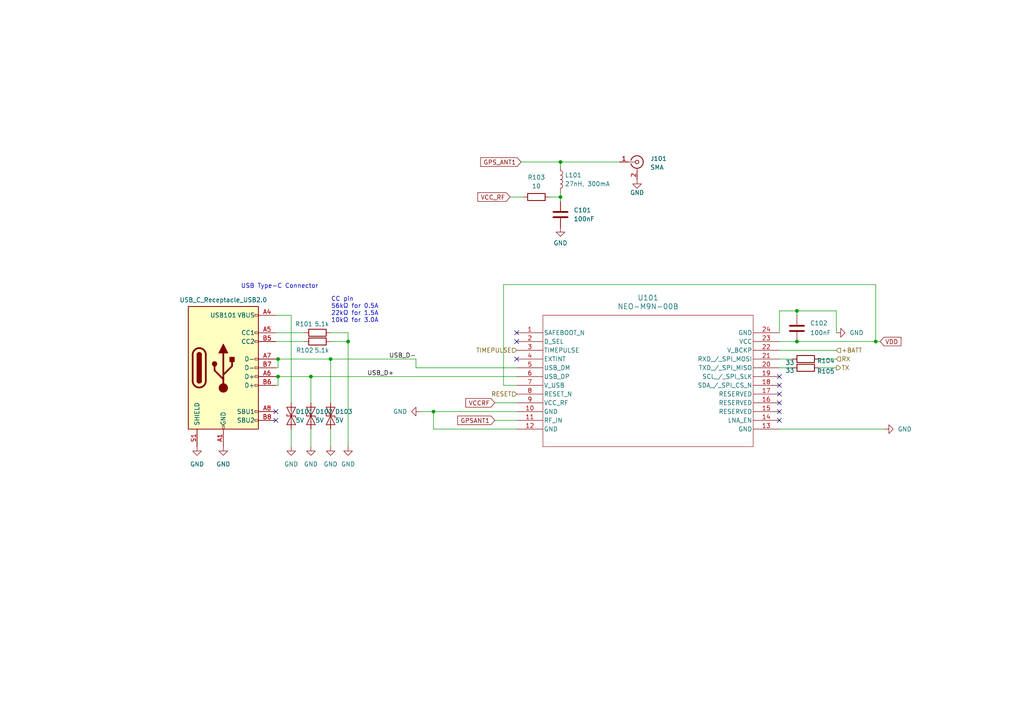
<source format=kicad_sch>
(kicad_sch
	(version 20231120)
	(generator "eeschema")
	(generator_version "8.0")
	(uuid "5f9b828f-1c2c-4351-867f-3d75ed6b6f5d")
	(paper "A4")
	(lib_symbols
		(symbol "Connector:Conn_Coaxial"
			(pin_names
				(offset 1.016) hide)
			(exclude_from_sim no)
			(in_bom yes)
			(on_board yes)
			(property "Reference" "J"
				(at 0.254 3.048 0)
				(effects
					(font
						(size 1.27 1.27)
					)
				)
			)
			(property "Value" "Conn_Coaxial"
				(at 2.921 0 90)
				(effects
					(font
						(size 1.27 1.27)
					)
				)
			)
			(property "Footprint" ""
				(at 0 0 0)
				(effects
					(font
						(size 1.27 1.27)
					)
					(hide yes)
				)
			)
			(property "Datasheet" " ~"
				(at 0 0 0)
				(effects
					(font
						(size 1.27 1.27)
					)
					(hide yes)
				)
			)
			(property "Description" "coaxial connector (BNC, SMA, SMB, SMC, Cinch/RCA, LEMO, ...)"
				(at 0 0 0)
				(effects
					(font
						(size 1.27 1.27)
					)
					(hide yes)
				)
			)
			(property "ki_keywords" "BNC SMA SMB SMC LEMO coaxial connector CINCH RCA"
				(at 0 0 0)
				(effects
					(font
						(size 1.27 1.27)
					)
					(hide yes)
				)
			)
			(property "ki_fp_filters" "*BNC* *SMA* *SMB* *SMC* *Cinch* *LEMO*"
				(at 0 0 0)
				(effects
					(font
						(size 1.27 1.27)
					)
					(hide yes)
				)
			)
			(symbol "Conn_Coaxial_0_1"
				(arc
					(start -1.778 -0.508)
					(mid 0.2311 -1.8066)
					(end 1.778 0)
					(stroke
						(width 0.254)
						(type default)
					)
					(fill
						(type none)
					)
				)
				(polyline
					(pts
						(xy -2.54 0) (xy -0.508 0)
					)
					(stroke
						(width 0)
						(type default)
					)
					(fill
						(type none)
					)
				)
				(polyline
					(pts
						(xy 0 -2.54) (xy 0 -1.778)
					)
					(stroke
						(width 0)
						(type default)
					)
					(fill
						(type none)
					)
				)
				(circle
					(center 0 0)
					(radius 0.508)
					(stroke
						(width 0.2032)
						(type default)
					)
					(fill
						(type none)
					)
				)
				(arc
					(start 1.778 0)
					(mid 0.2099 1.8101)
					(end -1.778 0.508)
					(stroke
						(width 0.254)
						(type default)
					)
					(fill
						(type none)
					)
				)
			)
			(symbol "Conn_Coaxial_1_1"
				(pin passive line
					(at -5.08 0 0)
					(length 2.54)
					(name "In"
						(effects
							(font
								(size 1.27 1.27)
							)
						)
					)
					(number "1"
						(effects
							(font
								(size 1.27 1.27)
							)
						)
					)
				)
				(pin passive line
					(at 0 -5.08 90)
					(length 2.54)
					(name "Ext"
						(effects
							(font
								(size 1.27 1.27)
							)
						)
					)
					(number "2"
						(effects
							(font
								(size 1.27 1.27)
							)
						)
					)
				)
			)
		)
		(symbol "Connector:USB_C_Receptacle_USB2.0"
			(pin_names
				(offset 1.016)
			)
			(exclude_from_sim no)
			(in_bom yes)
			(on_board yes)
			(property "Reference" "J"
				(at -10.16 19.05 0)
				(effects
					(font
						(size 1.27 1.27)
					)
					(justify left)
				)
			)
			(property "Value" "USB_C_Receptacle_USB2.0"
				(at 19.05 19.05 0)
				(effects
					(font
						(size 1.27 1.27)
					)
					(justify right)
				)
			)
			(property "Footprint" ""
				(at 3.81 0 0)
				(effects
					(font
						(size 1.27 1.27)
					)
					(hide yes)
				)
			)
			(property "Datasheet" "https://www.usb.org/sites/default/files/documents/usb_type-c.zip"
				(at 3.81 0 0)
				(effects
					(font
						(size 1.27 1.27)
					)
					(hide yes)
				)
			)
			(property "Description" "USB 2.0-only Type-C Receptacle connector"
				(at 0 0 0)
				(effects
					(font
						(size 1.27 1.27)
					)
					(hide yes)
				)
			)
			(property "ki_keywords" "usb universal serial bus type-C USB2.0"
				(at 0 0 0)
				(effects
					(font
						(size 1.27 1.27)
					)
					(hide yes)
				)
			)
			(property "ki_fp_filters" "USB*C*Receptacle*"
				(at 0 0 0)
				(effects
					(font
						(size 1.27 1.27)
					)
					(hide yes)
				)
			)
			(symbol "USB_C_Receptacle_USB2.0_0_0"
				(rectangle
					(start -0.254 -17.78)
					(end 0.254 -16.764)
					(stroke
						(width 0)
						(type default)
					)
					(fill
						(type none)
					)
				)
				(rectangle
					(start 10.16 -14.986)
					(end 9.144 -15.494)
					(stroke
						(width 0)
						(type default)
					)
					(fill
						(type none)
					)
				)
				(rectangle
					(start 10.16 -12.446)
					(end 9.144 -12.954)
					(stroke
						(width 0)
						(type default)
					)
					(fill
						(type none)
					)
				)
				(rectangle
					(start 10.16 -4.826)
					(end 9.144 -5.334)
					(stroke
						(width 0)
						(type default)
					)
					(fill
						(type none)
					)
				)
				(rectangle
					(start 10.16 -2.286)
					(end 9.144 -2.794)
					(stroke
						(width 0)
						(type default)
					)
					(fill
						(type none)
					)
				)
				(rectangle
					(start 10.16 0.254)
					(end 9.144 -0.254)
					(stroke
						(width 0)
						(type default)
					)
					(fill
						(type none)
					)
				)
				(rectangle
					(start 10.16 2.794)
					(end 9.144 2.286)
					(stroke
						(width 0)
						(type default)
					)
					(fill
						(type none)
					)
				)
				(rectangle
					(start 10.16 7.874)
					(end 9.144 7.366)
					(stroke
						(width 0)
						(type default)
					)
					(fill
						(type none)
					)
				)
				(rectangle
					(start 10.16 10.414)
					(end 9.144 9.906)
					(stroke
						(width 0)
						(type default)
					)
					(fill
						(type none)
					)
				)
				(rectangle
					(start 10.16 15.494)
					(end 9.144 14.986)
					(stroke
						(width 0)
						(type default)
					)
					(fill
						(type none)
					)
				)
			)
			(symbol "USB_C_Receptacle_USB2.0_0_1"
				(rectangle
					(start -10.16 17.78)
					(end 10.16 -17.78)
					(stroke
						(width 0.254)
						(type default)
					)
					(fill
						(type background)
					)
				)
				(arc
					(start -8.89 -3.81)
					(mid -6.985 -5.7067)
					(end -5.08 -3.81)
					(stroke
						(width 0.508)
						(type default)
					)
					(fill
						(type none)
					)
				)
				(arc
					(start -7.62 -3.81)
					(mid -6.985 -4.4423)
					(end -6.35 -3.81)
					(stroke
						(width 0.254)
						(type default)
					)
					(fill
						(type none)
					)
				)
				(arc
					(start -7.62 -3.81)
					(mid -6.985 -4.4423)
					(end -6.35 -3.81)
					(stroke
						(width 0.254)
						(type default)
					)
					(fill
						(type outline)
					)
				)
				(rectangle
					(start -7.62 -3.81)
					(end -6.35 3.81)
					(stroke
						(width 0.254)
						(type default)
					)
					(fill
						(type outline)
					)
				)
				(arc
					(start -6.35 3.81)
					(mid -6.985 4.4423)
					(end -7.62 3.81)
					(stroke
						(width 0.254)
						(type default)
					)
					(fill
						(type none)
					)
				)
				(arc
					(start -6.35 3.81)
					(mid -6.985 4.4423)
					(end -7.62 3.81)
					(stroke
						(width 0.254)
						(type default)
					)
					(fill
						(type outline)
					)
				)
				(arc
					(start -5.08 3.81)
					(mid -6.985 5.7067)
					(end -8.89 3.81)
					(stroke
						(width 0.508)
						(type default)
					)
					(fill
						(type none)
					)
				)
				(circle
					(center -2.54 1.143)
					(radius 0.635)
					(stroke
						(width 0.254)
						(type default)
					)
					(fill
						(type outline)
					)
				)
				(circle
					(center 0 -5.842)
					(radius 1.27)
					(stroke
						(width 0)
						(type default)
					)
					(fill
						(type outline)
					)
				)
				(polyline
					(pts
						(xy -8.89 -3.81) (xy -8.89 3.81)
					)
					(stroke
						(width 0.508)
						(type default)
					)
					(fill
						(type none)
					)
				)
				(polyline
					(pts
						(xy -5.08 3.81) (xy -5.08 -3.81)
					)
					(stroke
						(width 0.508)
						(type default)
					)
					(fill
						(type none)
					)
				)
				(polyline
					(pts
						(xy 0 -5.842) (xy 0 4.318)
					)
					(stroke
						(width 0.508)
						(type default)
					)
					(fill
						(type none)
					)
				)
				(polyline
					(pts
						(xy 0 -3.302) (xy -2.54 -0.762) (xy -2.54 0.508)
					)
					(stroke
						(width 0.508)
						(type default)
					)
					(fill
						(type none)
					)
				)
				(polyline
					(pts
						(xy 0 -2.032) (xy 2.54 0.508) (xy 2.54 1.778)
					)
					(stroke
						(width 0.508)
						(type default)
					)
					(fill
						(type none)
					)
				)
				(polyline
					(pts
						(xy -1.27 4.318) (xy 0 6.858) (xy 1.27 4.318) (xy -1.27 4.318)
					)
					(stroke
						(width 0.254)
						(type default)
					)
					(fill
						(type outline)
					)
				)
				(rectangle
					(start 1.905 1.778)
					(end 3.175 3.048)
					(stroke
						(width 0.254)
						(type default)
					)
					(fill
						(type outline)
					)
				)
			)
			(symbol "USB_C_Receptacle_USB2.0_1_1"
				(pin passive line
					(at 0 -22.86 90)
					(length 5.08)
					(name "GND"
						(effects
							(font
								(size 1.27 1.27)
							)
						)
					)
					(number "A1"
						(effects
							(font
								(size 1.27 1.27)
							)
						)
					)
				)
				(pin passive line
					(at 0 -22.86 90)
					(length 5.08) hide
					(name "GND"
						(effects
							(font
								(size 1.27 1.27)
							)
						)
					)
					(number "A12"
						(effects
							(font
								(size 1.27 1.27)
							)
						)
					)
				)
				(pin passive line
					(at 15.24 15.24 180)
					(length 5.08)
					(name "VBUS"
						(effects
							(font
								(size 1.27 1.27)
							)
						)
					)
					(number "A4"
						(effects
							(font
								(size 1.27 1.27)
							)
						)
					)
				)
				(pin bidirectional line
					(at 15.24 10.16 180)
					(length 5.08)
					(name "CC1"
						(effects
							(font
								(size 1.27 1.27)
							)
						)
					)
					(number "A5"
						(effects
							(font
								(size 1.27 1.27)
							)
						)
					)
				)
				(pin bidirectional line
					(at 15.24 -2.54 180)
					(length 5.08)
					(name "D+"
						(effects
							(font
								(size 1.27 1.27)
							)
						)
					)
					(number "A6"
						(effects
							(font
								(size 1.27 1.27)
							)
						)
					)
				)
				(pin bidirectional line
					(at 15.24 2.54 180)
					(length 5.08)
					(name "D-"
						(effects
							(font
								(size 1.27 1.27)
							)
						)
					)
					(number "A7"
						(effects
							(font
								(size 1.27 1.27)
							)
						)
					)
				)
				(pin bidirectional line
					(at 15.24 -12.7 180)
					(length 5.08)
					(name "SBU1"
						(effects
							(font
								(size 1.27 1.27)
							)
						)
					)
					(number "A8"
						(effects
							(font
								(size 1.27 1.27)
							)
						)
					)
				)
				(pin passive line
					(at 15.24 15.24 180)
					(length 5.08) hide
					(name "VBUS"
						(effects
							(font
								(size 1.27 1.27)
							)
						)
					)
					(number "A9"
						(effects
							(font
								(size 1.27 1.27)
							)
						)
					)
				)
				(pin passive line
					(at 0 -22.86 90)
					(length 5.08) hide
					(name "GND"
						(effects
							(font
								(size 1.27 1.27)
							)
						)
					)
					(number "B1"
						(effects
							(font
								(size 1.27 1.27)
							)
						)
					)
				)
				(pin passive line
					(at 0 -22.86 90)
					(length 5.08) hide
					(name "GND"
						(effects
							(font
								(size 1.27 1.27)
							)
						)
					)
					(number "B12"
						(effects
							(font
								(size 1.27 1.27)
							)
						)
					)
				)
				(pin passive line
					(at 15.24 15.24 180)
					(length 5.08) hide
					(name "VBUS"
						(effects
							(font
								(size 1.27 1.27)
							)
						)
					)
					(number "B4"
						(effects
							(font
								(size 1.27 1.27)
							)
						)
					)
				)
				(pin bidirectional line
					(at 15.24 7.62 180)
					(length 5.08)
					(name "CC2"
						(effects
							(font
								(size 1.27 1.27)
							)
						)
					)
					(number "B5"
						(effects
							(font
								(size 1.27 1.27)
							)
						)
					)
				)
				(pin bidirectional line
					(at 15.24 -5.08 180)
					(length 5.08)
					(name "D+"
						(effects
							(font
								(size 1.27 1.27)
							)
						)
					)
					(number "B6"
						(effects
							(font
								(size 1.27 1.27)
							)
						)
					)
				)
				(pin bidirectional line
					(at 15.24 0 180)
					(length 5.08)
					(name "D-"
						(effects
							(font
								(size 1.27 1.27)
							)
						)
					)
					(number "B7"
						(effects
							(font
								(size 1.27 1.27)
							)
						)
					)
				)
				(pin bidirectional line
					(at 15.24 -15.24 180)
					(length 5.08)
					(name "SBU2"
						(effects
							(font
								(size 1.27 1.27)
							)
						)
					)
					(number "B8"
						(effects
							(font
								(size 1.27 1.27)
							)
						)
					)
				)
				(pin passive line
					(at 15.24 15.24 180)
					(length 5.08) hide
					(name "VBUS"
						(effects
							(font
								(size 1.27 1.27)
							)
						)
					)
					(number "B9"
						(effects
							(font
								(size 1.27 1.27)
							)
						)
					)
				)
				(pin passive line
					(at -7.62 -22.86 90)
					(length 5.08)
					(name "SHIELD"
						(effects
							(font
								(size 1.27 1.27)
							)
						)
					)
					(number "S1"
						(effects
							(font
								(size 1.27 1.27)
							)
						)
					)
				)
			)
		)
		(symbol "Device:C"
			(pin_numbers hide)
			(pin_names
				(offset 0.254)
			)
			(exclude_from_sim no)
			(in_bom yes)
			(on_board yes)
			(property "Reference" "C"
				(at 0.635 2.54 0)
				(effects
					(font
						(size 1.27 1.27)
					)
					(justify left)
				)
			)
			(property "Value" "C"
				(at 0.635 -2.54 0)
				(effects
					(font
						(size 1.27 1.27)
					)
					(justify left)
				)
			)
			(property "Footprint" ""
				(at 0.9652 -3.81 0)
				(effects
					(font
						(size 1.27 1.27)
					)
					(hide yes)
				)
			)
			(property "Datasheet" "~"
				(at 0 0 0)
				(effects
					(font
						(size 1.27 1.27)
					)
					(hide yes)
				)
			)
			(property "Description" "Unpolarized capacitor"
				(at 0 0 0)
				(effects
					(font
						(size 1.27 1.27)
					)
					(hide yes)
				)
			)
			(property "ki_keywords" "cap capacitor"
				(at 0 0 0)
				(effects
					(font
						(size 1.27 1.27)
					)
					(hide yes)
				)
			)
			(property "ki_fp_filters" "C_*"
				(at 0 0 0)
				(effects
					(font
						(size 1.27 1.27)
					)
					(hide yes)
				)
			)
			(symbol "C_0_1"
				(polyline
					(pts
						(xy -2.032 -0.762) (xy 2.032 -0.762)
					)
					(stroke
						(width 0.508)
						(type default)
					)
					(fill
						(type none)
					)
				)
				(polyline
					(pts
						(xy -2.032 0.762) (xy 2.032 0.762)
					)
					(stroke
						(width 0.508)
						(type default)
					)
					(fill
						(type none)
					)
				)
			)
			(symbol "C_1_1"
				(pin passive line
					(at 0 3.81 270)
					(length 2.794)
					(name "~"
						(effects
							(font
								(size 1.27 1.27)
							)
						)
					)
					(number "1"
						(effects
							(font
								(size 1.27 1.27)
							)
						)
					)
				)
				(pin passive line
					(at 0 -3.81 90)
					(length 2.794)
					(name "~"
						(effects
							(font
								(size 1.27 1.27)
							)
						)
					)
					(number "2"
						(effects
							(font
								(size 1.27 1.27)
							)
						)
					)
				)
			)
		)
		(symbol "Device:L"
			(pin_numbers hide)
			(pin_names
				(offset 1.016) hide)
			(exclude_from_sim no)
			(in_bom yes)
			(on_board yes)
			(property "Reference" "L"
				(at -1.27 0 90)
				(effects
					(font
						(size 1.27 1.27)
					)
				)
			)
			(property "Value" "L"
				(at 1.905 0 90)
				(effects
					(font
						(size 1.27 1.27)
					)
				)
			)
			(property "Footprint" ""
				(at 0 0 0)
				(effects
					(font
						(size 1.27 1.27)
					)
					(hide yes)
				)
			)
			(property "Datasheet" "~"
				(at 0 0 0)
				(effects
					(font
						(size 1.27 1.27)
					)
					(hide yes)
				)
			)
			(property "Description" "Inductor"
				(at 0 0 0)
				(effects
					(font
						(size 1.27 1.27)
					)
					(hide yes)
				)
			)
			(property "ki_keywords" "inductor choke coil reactor magnetic"
				(at 0 0 0)
				(effects
					(font
						(size 1.27 1.27)
					)
					(hide yes)
				)
			)
			(property "ki_fp_filters" "Choke_* *Coil* Inductor_* L_*"
				(at 0 0 0)
				(effects
					(font
						(size 1.27 1.27)
					)
					(hide yes)
				)
			)
			(symbol "L_0_1"
				(arc
					(start 0 -2.54)
					(mid 0.6323 -1.905)
					(end 0 -1.27)
					(stroke
						(width 0)
						(type default)
					)
					(fill
						(type none)
					)
				)
				(arc
					(start 0 -1.27)
					(mid 0.6323 -0.635)
					(end 0 0)
					(stroke
						(width 0)
						(type default)
					)
					(fill
						(type none)
					)
				)
				(arc
					(start 0 0)
					(mid 0.6323 0.635)
					(end 0 1.27)
					(stroke
						(width 0)
						(type default)
					)
					(fill
						(type none)
					)
				)
				(arc
					(start 0 1.27)
					(mid 0.6323 1.905)
					(end 0 2.54)
					(stroke
						(width 0)
						(type default)
					)
					(fill
						(type none)
					)
				)
			)
			(symbol "L_1_1"
				(pin passive line
					(at 0 3.81 270)
					(length 1.27)
					(name "1"
						(effects
							(font
								(size 1.27 1.27)
							)
						)
					)
					(number "1"
						(effects
							(font
								(size 1.27 1.27)
							)
						)
					)
				)
				(pin passive line
					(at 0 -3.81 90)
					(length 1.27)
					(name "2"
						(effects
							(font
								(size 1.27 1.27)
							)
						)
					)
					(number "2"
						(effects
							(font
								(size 1.27 1.27)
							)
						)
					)
				)
			)
		)
		(symbol "Device:R"
			(pin_numbers hide)
			(pin_names
				(offset 0)
			)
			(exclude_from_sim no)
			(in_bom yes)
			(on_board yes)
			(property "Reference" "R"
				(at 2.032 0 90)
				(effects
					(font
						(size 1.27 1.27)
					)
				)
			)
			(property "Value" "R"
				(at 0 0 90)
				(effects
					(font
						(size 1.27 1.27)
					)
				)
			)
			(property "Footprint" ""
				(at -1.778 0 90)
				(effects
					(font
						(size 1.27 1.27)
					)
					(hide yes)
				)
			)
			(property "Datasheet" "~"
				(at 0 0 0)
				(effects
					(font
						(size 1.27 1.27)
					)
					(hide yes)
				)
			)
			(property "Description" "Resistor"
				(at 0 0 0)
				(effects
					(font
						(size 1.27 1.27)
					)
					(hide yes)
				)
			)
			(property "ki_keywords" "R res resistor"
				(at 0 0 0)
				(effects
					(font
						(size 1.27 1.27)
					)
					(hide yes)
				)
			)
			(property "ki_fp_filters" "R_*"
				(at 0 0 0)
				(effects
					(font
						(size 1.27 1.27)
					)
					(hide yes)
				)
			)
			(symbol "R_0_1"
				(rectangle
					(start -1.016 -2.54)
					(end 1.016 2.54)
					(stroke
						(width 0.254)
						(type default)
					)
					(fill
						(type none)
					)
				)
			)
			(symbol "R_1_1"
				(pin passive line
					(at 0 3.81 270)
					(length 1.27)
					(name "~"
						(effects
							(font
								(size 1.27 1.27)
							)
						)
					)
					(number "1"
						(effects
							(font
								(size 1.27 1.27)
							)
						)
					)
				)
				(pin passive line
					(at 0 -3.81 90)
					(length 1.27)
					(name "~"
						(effects
							(font
								(size 1.27 1.27)
							)
						)
					)
					(number "2"
						(effects
							(font
								(size 1.27 1.27)
							)
						)
					)
				)
			)
		)
		(symbol "Diode:ESD9B5.0ST5G"
			(pin_numbers hide)
			(pin_names
				(offset 1.016) hide)
			(exclude_from_sim no)
			(in_bom yes)
			(on_board yes)
			(property "Reference" "D"
				(at 0 2.54 0)
				(effects
					(font
						(size 1.27 1.27)
					)
				)
			)
			(property "Value" "ESD9B5.0ST5G"
				(at 0 -2.54 0)
				(effects
					(font
						(size 1.27 1.27)
					)
				)
			)
			(property "Footprint" "Diode_SMD:D_SOD-923"
				(at 0 0 0)
				(effects
					(font
						(size 1.27 1.27)
					)
					(hide yes)
				)
			)
			(property "Datasheet" "https://www.onsemi.com/pub/Collateral/ESD9B-D.PDF"
				(at 0 0 0)
				(effects
					(font
						(size 1.27 1.27)
					)
					(hide yes)
				)
			)
			(property "Description" "ESD protection diode, 5.0Vrwm, SOD-923"
				(at 0 0 0)
				(effects
					(font
						(size 1.27 1.27)
					)
					(hide yes)
				)
			)
			(property "ki_keywords" "diode TVS ESD"
				(at 0 0 0)
				(effects
					(font
						(size 1.27 1.27)
					)
					(hide yes)
				)
			)
			(property "ki_fp_filters" "D*SOD?923*"
				(at 0 0 0)
				(effects
					(font
						(size 1.27 1.27)
					)
					(hide yes)
				)
			)
			(symbol "ESD9B5.0ST5G_0_1"
				(polyline
					(pts
						(xy 1.27 0) (xy -1.27 0)
					)
					(stroke
						(width 0)
						(type default)
					)
					(fill
						(type none)
					)
				)
				(polyline
					(pts
						(xy -2.54 -1.27) (xy 0 0) (xy -2.54 1.27) (xy -2.54 -1.27)
					)
					(stroke
						(width 0.2032)
						(type default)
					)
					(fill
						(type none)
					)
				)
				(polyline
					(pts
						(xy 0.508 1.27) (xy 0 1.27) (xy 0 -1.27) (xy -0.508 -1.27)
					)
					(stroke
						(width 0.2032)
						(type default)
					)
					(fill
						(type none)
					)
				)
				(polyline
					(pts
						(xy 2.54 1.27) (xy 2.54 -1.27) (xy 0 0) (xy 2.54 1.27)
					)
					(stroke
						(width 0.2032)
						(type default)
					)
					(fill
						(type none)
					)
				)
			)
			(symbol "ESD9B5.0ST5G_1_1"
				(pin passive line
					(at -3.81 0 0)
					(length 2.54)
					(name "A1"
						(effects
							(font
								(size 1.27 1.27)
							)
						)
					)
					(number "1"
						(effects
							(font
								(size 1.27 1.27)
							)
						)
					)
				)
				(pin passive line
					(at 3.81 0 180)
					(length 2.54)
					(name "A2"
						(effects
							(font
								(size 1.27 1.27)
							)
						)
					)
					(number "2"
						(effects
							(font
								(size 1.27 1.27)
							)
						)
					)
				)
			)
		)
		(symbol "WOBClibrary:NEO-M9N-00B"
			(pin_names
				(offset 0.254)
			)
			(exclude_from_sim no)
			(in_bom yes)
			(on_board yes)
			(property "Reference" "U"
				(at 38.1 10.16 0)
				(effects
					(font
						(size 1.524 1.524)
					)
				)
			)
			(property "Value" "NEO-M9N-00B"
				(at 38.1 7.62 0)
				(effects
					(font
						(size 1.524 1.524)
					)
				)
			)
			(property "Footprint" "SMT_9N-00B_UBL"
				(at 0 0 0)
				(effects
					(font
						(size 1.27 1.27)
						(italic yes)
					)
					(hide yes)
				)
			)
			(property "Datasheet" "NEO-M9N-00B"
				(at 0 0 0)
				(effects
					(font
						(size 1.27 1.27)
						(italic yes)
					)
					(hide yes)
				)
			)
			(property "Description" ""
				(at 0 0 0)
				(effects
					(font
						(size 1.27 1.27)
					)
					(hide yes)
				)
			)
			(property "ki_locked" ""
				(at 0 0 0)
				(effects
					(font
						(size 1.27 1.27)
					)
				)
			)
			(property "ki_keywords" "NEO-M9N-00B"
				(at 0 0 0)
				(effects
					(font
						(size 1.27 1.27)
					)
					(hide yes)
				)
			)
			(property "ki_fp_filters" "SMT_9N-00B_UBL"
				(at 0 0 0)
				(effects
					(font
						(size 1.27 1.27)
					)
					(hide yes)
				)
			)
			(symbol "NEO-M9N-00B_0_1"
				(polyline
					(pts
						(xy 7.62 -33.02) (xy 68.58 -33.02)
					)
					(stroke
						(width 0.127)
						(type default)
					)
					(fill
						(type none)
					)
				)
				(polyline
					(pts
						(xy 7.62 5.08) (xy 7.62 -33.02)
					)
					(stroke
						(width 0.127)
						(type default)
					)
					(fill
						(type none)
					)
				)
				(polyline
					(pts
						(xy 68.58 -33.02) (xy 68.58 5.08)
					)
					(stroke
						(width 0.127)
						(type default)
					)
					(fill
						(type none)
					)
				)
				(polyline
					(pts
						(xy 68.58 5.08) (xy 7.62 5.08)
					)
					(stroke
						(width 0.127)
						(type default)
					)
					(fill
						(type none)
					)
				)
				(pin unspecified line
					(at 0 0 0)
					(length 7.62)
					(name "SAFEBOOT_N"
						(effects
							(font
								(size 1.27 1.27)
							)
						)
					)
					(number "1"
						(effects
							(font
								(size 1.27 1.27)
							)
						)
					)
				)
				(pin power_out line
					(at 0 -22.86 0)
					(length 7.62)
					(name "GND"
						(effects
							(font
								(size 1.27 1.27)
							)
						)
					)
					(number "10"
						(effects
							(font
								(size 1.27 1.27)
							)
						)
					)
				)
				(pin unspecified line
					(at 0 -25.4 0)
					(length 7.62)
					(name "RF_IN"
						(effects
							(font
								(size 1.27 1.27)
							)
						)
					)
					(number "11"
						(effects
							(font
								(size 1.27 1.27)
							)
						)
					)
				)
				(pin power_out line
					(at 0 -27.94 0)
					(length 7.62)
					(name "GND"
						(effects
							(font
								(size 1.27 1.27)
							)
						)
					)
					(number "12"
						(effects
							(font
								(size 1.27 1.27)
							)
						)
					)
				)
				(pin power_out line
					(at 76.2 -27.94 180)
					(length 7.62)
					(name "GND"
						(effects
							(font
								(size 1.27 1.27)
							)
						)
					)
					(number "13"
						(effects
							(font
								(size 1.27 1.27)
							)
						)
					)
				)
				(pin unspecified line
					(at 76.2 -25.4 180)
					(length 7.62)
					(name "LNA_EN"
						(effects
							(font
								(size 1.27 1.27)
							)
						)
					)
					(number "14"
						(effects
							(font
								(size 1.27 1.27)
							)
						)
					)
				)
				(pin unspecified line
					(at 76.2 -22.86 180)
					(length 7.62)
					(name "RESERVED"
						(effects
							(font
								(size 1.27 1.27)
							)
						)
					)
					(number "15"
						(effects
							(font
								(size 1.27 1.27)
							)
						)
					)
				)
				(pin unspecified line
					(at 76.2 -20.32 180)
					(length 7.62)
					(name "RESERVED"
						(effects
							(font
								(size 1.27 1.27)
							)
						)
					)
					(number "16"
						(effects
							(font
								(size 1.27 1.27)
							)
						)
					)
				)
				(pin unspecified line
					(at 76.2 -17.78 180)
					(length 7.62)
					(name "RESERVED"
						(effects
							(font
								(size 1.27 1.27)
							)
						)
					)
					(number "17"
						(effects
							(font
								(size 1.27 1.27)
							)
						)
					)
				)
				(pin unspecified line
					(at 76.2 -15.24 180)
					(length 7.62)
					(name "SDA_/_SPI_CS_N"
						(effects
							(font
								(size 1.27 1.27)
							)
						)
					)
					(number "18"
						(effects
							(font
								(size 1.27 1.27)
							)
						)
					)
				)
				(pin unspecified line
					(at 76.2 -12.7 180)
					(length 7.62)
					(name "SCL_/_SPI_SLK"
						(effects
							(font
								(size 1.27 1.27)
							)
						)
					)
					(number "19"
						(effects
							(font
								(size 1.27 1.27)
							)
						)
					)
				)
				(pin unspecified line
					(at 0 -2.54 0)
					(length 7.62)
					(name "D_SEL"
						(effects
							(font
								(size 1.27 1.27)
							)
						)
					)
					(number "2"
						(effects
							(font
								(size 1.27 1.27)
							)
						)
					)
				)
				(pin unspecified line
					(at 76.2 -10.16 180)
					(length 7.62)
					(name "TXD_/_SPI_MISO"
						(effects
							(font
								(size 1.27 1.27)
							)
						)
					)
					(number "20"
						(effects
							(font
								(size 1.27 1.27)
							)
						)
					)
				)
				(pin unspecified line
					(at 76.2 -7.62 180)
					(length 7.62)
					(name "RXD_/_SPI_MOSI"
						(effects
							(font
								(size 1.27 1.27)
							)
						)
					)
					(number "21"
						(effects
							(font
								(size 1.27 1.27)
							)
						)
					)
				)
				(pin unspecified line
					(at 76.2 -5.08 180)
					(length 7.62)
					(name "V_BCKP"
						(effects
							(font
								(size 1.27 1.27)
							)
						)
					)
					(number "22"
						(effects
							(font
								(size 1.27 1.27)
							)
						)
					)
				)
				(pin power_in line
					(at 76.2 -2.54 180)
					(length 7.62)
					(name "VCC"
						(effects
							(font
								(size 1.27 1.27)
							)
						)
					)
					(number "23"
						(effects
							(font
								(size 1.27 1.27)
							)
						)
					)
				)
				(pin power_out line
					(at 76.2 0 180)
					(length 7.62)
					(name "GND"
						(effects
							(font
								(size 1.27 1.27)
							)
						)
					)
					(number "24"
						(effects
							(font
								(size 1.27 1.27)
							)
						)
					)
				)
				(pin unspecified line
					(at 0 -5.08 0)
					(length 7.62)
					(name "TIMEPULSE"
						(effects
							(font
								(size 1.27 1.27)
							)
						)
					)
					(number "3"
						(effects
							(font
								(size 1.27 1.27)
							)
						)
					)
				)
				(pin unspecified line
					(at 0 -7.62 0)
					(length 7.62)
					(name "EXTINT"
						(effects
							(font
								(size 1.27 1.27)
							)
						)
					)
					(number "4"
						(effects
							(font
								(size 1.27 1.27)
							)
						)
					)
				)
				(pin unspecified line
					(at 0 -10.16 0)
					(length 7.62)
					(name "USB_DM"
						(effects
							(font
								(size 1.27 1.27)
							)
						)
					)
					(number "5"
						(effects
							(font
								(size 1.27 1.27)
							)
						)
					)
				)
				(pin unspecified line
					(at 0 -12.7 0)
					(length 7.62)
					(name "USB_DP"
						(effects
							(font
								(size 1.27 1.27)
							)
						)
					)
					(number "6"
						(effects
							(font
								(size 1.27 1.27)
							)
						)
					)
				)
				(pin unspecified line
					(at 0 -15.24 0)
					(length 7.62)
					(name "V_USB"
						(effects
							(font
								(size 1.27 1.27)
							)
						)
					)
					(number "7"
						(effects
							(font
								(size 1.27 1.27)
							)
						)
					)
				)
				(pin unspecified line
					(at 0 -17.78 0)
					(length 7.62)
					(name "RESET_N"
						(effects
							(font
								(size 1.27 1.27)
							)
						)
					)
					(number "8"
						(effects
							(font
								(size 1.27 1.27)
							)
						)
					)
				)
				(pin power_in line
					(at 0 -20.32 0)
					(length 7.62)
					(name "VCC_RF"
						(effects
							(font
								(size 1.27 1.27)
							)
						)
					)
					(number "9"
						(effects
							(font
								(size 1.27 1.27)
							)
						)
					)
				)
			)
		)
		(symbol "power:GND"
			(power)
			(pin_names
				(offset 0)
			)
			(exclude_from_sim no)
			(in_bom yes)
			(on_board yes)
			(property "Reference" "#PWR"
				(at 0 -6.35 0)
				(effects
					(font
						(size 1.27 1.27)
					)
					(hide yes)
				)
			)
			(property "Value" "GND"
				(at 0 -3.81 0)
				(effects
					(font
						(size 1.27 1.27)
					)
				)
			)
			(property "Footprint" ""
				(at 0 0 0)
				(effects
					(font
						(size 1.27 1.27)
					)
					(hide yes)
				)
			)
			(property "Datasheet" ""
				(at 0 0 0)
				(effects
					(font
						(size 1.27 1.27)
					)
					(hide yes)
				)
			)
			(property "Description" "Power symbol creates a global label with name \"GND\" , ground"
				(at 0 0 0)
				(effects
					(font
						(size 1.27 1.27)
					)
					(hide yes)
				)
			)
			(property "ki_keywords" "global power"
				(at 0 0 0)
				(effects
					(font
						(size 1.27 1.27)
					)
					(hide yes)
				)
			)
			(symbol "GND_0_1"
				(polyline
					(pts
						(xy 0 0) (xy 0 -1.27) (xy 1.27 -1.27) (xy 0 -2.54) (xy -1.27 -1.27) (xy 0 -1.27)
					)
					(stroke
						(width 0)
						(type default)
					)
					(fill
						(type none)
					)
				)
			)
			(symbol "GND_1_1"
				(pin power_in line
					(at 0 0 270)
					(length 0) hide
					(name "GND"
						(effects
							(font
								(size 1.27 1.27)
							)
						)
					)
					(number "1"
						(effects
							(font
								(size 1.27 1.27)
							)
						)
					)
				)
			)
		)
	)
	(junction
		(at 100.965 99.06)
		(diameter 0)
		(color 0 0 0 0)
		(uuid "170f4480-ff16-4886-8e60-2c037afe5e21")
	)
	(junction
		(at 95.885 104.14)
		(diameter 0)
		(color 0 0 0 0)
		(uuid "1c8c75d0-5d9e-462b-aa92-5b9e660fc4d5")
	)
	(junction
		(at 125.73 119.38)
		(diameter 0)
		(color 0 0 0 0)
		(uuid "20e12779-2a35-4fe5-aa97-e07735d9f101")
	)
	(junction
		(at 90.17 109.22)
		(diameter 0)
		(color 0 0 0 0)
		(uuid "5c1a7622-d110-4bff-958e-27a8976f30c4")
	)
	(junction
		(at 231.14 99.06)
		(diameter 0)
		(color 0 0 0 0)
		(uuid "6f34fd21-0d91-4da5-9d6a-9764b0027433")
	)
	(junction
		(at 231.14 90.17)
		(diameter 0)
		(color 0 0 0 0)
		(uuid "9b6a64f4-2b58-4b16-82be-ff19c76759dc")
	)
	(junction
		(at 254 99.06)
		(diameter 0)
		(color 0 0 0 0)
		(uuid "b368274f-2406-42c2-9693-ba56e52b5b0c")
	)
	(junction
		(at 80.645 109.22)
		(diameter 0)
		(color 0 0 0 0)
		(uuid "d54e37f3-a0d0-4a35-bcf4-b3ffffc11b08")
	)
	(junction
		(at 162.56 46.99)
		(diameter 0)
		(color 0 0 0 0)
		(uuid "dac1c661-3051-4313-b9df-a70da3528a17")
	)
	(junction
		(at 80.645 104.14)
		(diameter 0)
		(color 0 0 0 0)
		(uuid "de696707-fab9-418b-933b-413d11d559be")
	)
	(junction
		(at 162.56 57.15)
		(diameter 0)
		(color 0 0 0 0)
		(uuid "e2f5b4a3-fe16-4280-9a43-e57af9446336")
	)
	(no_connect
		(at 80.01 121.92)
		(uuid "01d985e0-521e-4882-8bbd-54d6871cea7c")
	)
	(no_connect
		(at 226.06 111.76)
		(uuid "02b7512a-e62e-4ec6-967a-40f24f44b2a3")
	)
	(no_connect
		(at 80.01 119.38)
		(uuid "1b0eeee8-399a-4cf6-9b8b-87fdd988abe6")
	)
	(no_connect
		(at 226.06 116.84)
		(uuid "28336fcb-86ad-4476-9ce9-e32bcc805b7f")
	)
	(no_connect
		(at 226.06 121.92)
		(uuid "2d1b23f1-7df2-47c7-86c3-499060c381af")
	)
	(no_connect
		(at 226.06 109.22)
		(uuid "4e3d2946-198a-477c-9163-ba8a156f3438")
	)
	(no_connect
		(at 149.86 96.52)
		(uuid "6098d9ed-da4b-4b6b-ba38-aad90861a147")
	)
	(no_connect
		(at 149.86 104.14)
		(uuid "8b16b278-85a2-4445-ba5a-e23ae15db689")
	)
	(no_connect
		(at 149.86 99.06)
		(uuid "c4d89a28-de48-4ef1-9bdb-87c27861fbc6")
	)
	(no_connect
		(at 226.06 119.38)
		(uuid "d7b7ee1a-f542-4766-a2d9-01f066370483")
	)
	(no_connect
		(at 226.06 114.3)
		(uuid "de82b743-420a-4e13-9067-b30dc56b3682")
	)
	(wire
		(pts
			(xy 80.01 104.14) (xy 80.645 104.14)
		)
		(stroke
			(width 0)
			(type default)
		)
		(uuid "0a061f45-da53-492f-8ae6-426a94d250f3")
	)
	(wire
		(pts
			(xy 90.17 109.22) (xy 80.645 109.22)
		)
		(stroke
			(width 0)
			(type default)
		)
		(uuid "16f984e0-8047-4e63-8cb8-9b8c051a3c3d")
	)
	(wire
		(pts
			(xy 80.645 111.76) (xy 80.645 109.22)
		)
		(stroke
			(width 0)
			(type default)
		)
		(uuid "2129787f-c9d5-4af5-89c6-fa6aaf7073c2")
	)
	(wire
		(pts
			(xy 226.06 99.06) (xy 231.14 99.06)
		)
		(stroke
			(width 0)
			(type default)
		)
		(uuid "21d6580d-cee9-4f83-96ae-5dc6012624ee")
	)
	(wire
		(pts
			(xy 100.965 96.52) (xy 100.965 99.06)
		)
		(stroke
			(width 0)
			(type default)
		)
		(uuid "2736bbf8-d724-4af4-8356-1b7b9ce3195d")
	)
	(wire
		(pts
			(xy 143.51 116.84) (xy 149.86 116.84)
		)
		(stroke
			(width 0)
			(type default)
		)
		(uuid "3677e79e-cd05-418f-aa34-4e546278626f")
	)
	(wire
		(pts
			(xy 88.265 96.52) (xy 80.01 96.52)
		)
		(stroke
			(width 0)
			(type default)
		)
		(uuid "38a8d1e4-31d8-4b63-b6bf-312adff81067")
	)
	(wire
		(pts
			(xy 226.06 106.68) (xy 229.87 106.68)
		)
		(stroke
			(width 0)
			(type default)
		)
		(uuid "38d8aca9-2fc9-4015-b311-1b87d014f9bf")
	)
	(wire
		(pts
			(xy 120.65 106.68) (xy 120.65 104.14)
		)
		(stroke
			(width 0)
			(type default)
		)
		(uuid "39a6bcf7-7c72-4faf-842f-98d2e4ef71d4")
	)
	(wire
		(pts
			(xy 95.885 129.54) (xy 95.885 124.46)
		)
		(stroke
			(width 0)
			(type default)
		)
		(uuid "3a95049f-ed70-4fd2-aedd-17877684bfa9")
	)
	(wire
		(pts
			(xy 231.14 99.06) (xy 254 99.06)
		)
		(stroke
			(width 0)
			(type default)
		)
		(uuid "3f04aad1-ffe9-443d-a7b5-a941974de5a3")
	)
	(wire
		(pts
			(xy 149.86 111.76) (xy 146.05 111.76)
		)
		(stroke
			(width 0)
			(type default)
		)
		(uuid "4289bbf4-dcae-4e9b-939e-101459e49579")
	)
	(wire
		(pts
			(xy 95.885 104.14) (xy 120.65 104.14)
		)
		(stroke
			(width 0)
			(type default)
		)
		(uuid "4e0f11fe-b766-4086-a0c4-5e6e0087944c")
	)
	(wire
		(pts
			(xy 231.14 90.17) (xy 231.14 91.44)
		)
		(stroke
			(width 0)
			(type default)
		)
		(uuid "568e980d-36b3-4375-91cb-a0d2cfddc0d1")
	)
	(wire
		(pts
			(xy 159.385 57.15) (xy 162.56 57.15)
		)
		(stroke
			(width 0)
			(type default)
		)
		(uuid "5e0bd832-f43a-4d5c-9992-38c5898244cc")
	)
	(wire
		(pts
			(xy 226.06 90.17) (xy 231.14 90.17)
		)
		(stroke
			(width 0)
			(type default)
		)
		(uuid "637bea80-3117-4213-9749-cc38391f2ea8")
	)
	(wire
		(pts
			(xy 151.13 46.99) (xy 162.56 46.99)
		)
		(stroke
			(width 0)
			(type default)
		)
		(uuid "6994e283-927e-46c0-8e8e-c1bfd4b9023a")
	)
	(wire
		(pts
			(xy 226.06 124.46) (xy 256.54 124.46)
		)
		(stroke
			(width 0)
			(type default)
		)
		(uuid "726c4744-06e1-44c8-afaa-8c0c04ef1f59")
	)
	(wire
		(pts
			(xy 90.17 129.54) (xy 90.17 124.46)
		)
		(stroke
			(width 0)
			(type default)
		)
		(uuid "7560fda7-4687-4ea9-8095-1ce0c4c146c6")
	)
	(wire
		(pts
			(xy 146.05 111.76) (xy 146.05 82.55)
		)
		(stroke
			(width 0)
			(type default)
		)
		(uuid "81b4885c-8272-4209-bf73-24940235a2eb")
	)
	(wire
		(pts
			(xy 121.92 119.38) (xy 125.73 119.38)
		)
		(stroke
			(width 0)
			(type default)
		)
		(uuid "8758e9b7-c3a0-4e43-8027-099f56c97932")
	)
	(wire
		(pts
			(xy 162.56 46.99) (xy 162.56 48.26)
		)
		(stroke
			(width 0)
			(type default)
		)
		(uuid "8d7d61b4-1587-4946-a98e-2aab70ced8d1")
	)
	(wire
		(pts
			(xy 80.01 111.76) (xy 80.645 111.76)
		)
		(stroke
			(width 0)
			(type default)
		)
		(uuid "905ca6c9-9311-48d7-b329-15a8b482617b")
	)
	(wire
		(pts
			(xy 84.455 91.44) (xy 80.01 91.44)
		)
		(stroke
			(width 0)
			(type default)
		)
		(uuid "9106e359-8eac-4c3e-8c29-839e89ff341a")
	)
	(wire
		(pts
			(xy 162.56 46.99) (xy 179.705 46.99)
		)
		(stroke
			(width 0)
			(type default)
		)
		(uuid "94a51c30-b2a4-4778-a41e-5783557f4ad7")
	)
	(wire
		(pts
			(xy 95.885 104.14) (xy 95.885 116.84)
		)
		(stroke
			(width 0)
			(type default)
		)
		(uuid "94ade985-1f76-40c0-912d-47f80667a220")
	)
	(wire
		(pts
			(xy 95.885 96.52) (xy 100.965 96.52)
		)
		(stroke
			(width 0)
			(type default)
		)
		(uuid "985b0c6e-66dc-48ef-b3c8-b2e5830974df")
	)
	(wire
		(pts
			(xy 254 99.06) (xy 255.27 99.06)
		)
		(stroke
			(width 0)
			(type default)
		)
		(uuid "9b5f092c-c335-45d2-bffb-09b71aac6087")
	)
	(wire
		(pts
			(xy 143.51 121.92) (xy 149.86 121.92)
		)
		(stroke
			(width 0)
			(type default)
		)
		(uuid "a0e85e31-8094-42e4-934a-07ea118cbd22")
	)
	(wire
		(pts
			(xy 231.14 90.17) (xy 242.57 90.17)
		)
		(stroke
			(width 0)
			(type default)
		)
		(uuid "a3422bd6-54d7-4d56-93fe-9c50e1a61d90")
	)
	(wire
		(pts
			(xy 151.765 57.15) (xy 147.955 57.15)
		)
		(stroke
			(width 0)
			(type default)
		)
		(uuid "a75c4449-d705-4416-8673-f3ce2fe444c9")
	)
	(wire
		(pts
			(xy 237.49 106.68) (xy 242.57 106.68)
		)
		(stroke
			(width 0)
			(type default)
		)
		(uuid "a9fa6c57-6adc-4333-90ec-ba611abc1e86")
	)
	(wire
		(pts
			(xy 162.56 57.15) (xy 162.56 58.42)
		)
		(stroke
			(width 0)
			(type default)
		)
		(uuid "ab4f0b60-68cb-42a2-b905-17b3b08af045")
	)
	(wire
		(pts
			(xy 80.645 106.68) (xy 80.645 104.14)
		)
		(stroke
			(width 0)
			(type default)
		)
		(uuid "b22c1020-22de-425d-bff9-b05b70b90d28")
	)
	(wire
		(pts
			(xy 149.86 106.68) (xy 120.65 106.68)
		)
		(stroke
			(width 0)
			(type default)
		)
		(uuid "b443834e-0b4e-447e-a155-b2f2abbd8411")
	)
	(wire
		(pts
			(xy 80.01 106.68) (xy 80.645 106.68)
		)
		(stroke
			(width 0)
			(type default)
		)
		(uuid "b5c873d9-7313-4360-8189-de6c3543e90a")
	)
	(wire
		(pts
			(xy 80.645 104.14) (xy 95.885 104.14)
		)
		(stroke
			(width 0)
			(type default)
		)
		(uuid "be1b4ddd-746a-46e9-9a0c-3ea16137dac6")
	)
	(wire
		(pts
			(xy 226.06 104.14) (xy 229.87 104.14)
		)
		(stroke
			(width 0)
			(type default)
		)
		(uuid "be7a870a-efe8-4e44-8505-093fab42fc1e")
	)
	(wire
		(pts
			(xy 125.73 124.46) (xy 125.73 119.38)
		)
		(stroke
			(width 0)
			(type default)
		)
		(uuid "bf96d0f4-e46d-476f-8cab-34f2e3acfc73")
	)
	(wire
		(pts
			(xy 100.965 99.06) (xy 100.965 129.54)
		)
		(stroke
			(width 0)
			(type default)
		)
		(uuid "c00699af-0d2e-4ed2-9da4-c827d964bfad")
	)
	(wire
		(pts
			(xy 226.06 90.17) (xy 226.06 96.52)
		)
		(stroke
			(width 0)
			(type default)
		)
		(uuid "c429f091-e5a0-4313-b240-b9e6b6880685")
	)
	(wire
		(pts
			(xy 254 82.55) (xy 254 99.06)
		)
		(stroke
			(width 0)
			(type default)
		)
		(uuid "c5421654-f1d3-4b97-b4ab-845ed9b79a65")
	)
	(wire
		(pts
			(xy 125.73 119.38) (xy 149.86 119.38)
		)
		(stroke
			(width 0)
			(type default)
		)
		(uuid "c54ba82f-0993-460a-b4da-93bc63b7b88c")
	)
	(wire
		(pts
			(xy 80.645 109.22) (xy 80.01 109.22)
		)
		(stroke
			(width 0)
			(type default)
		)
		(uuid "cba5f5fe-cc0b-4f49-9ffd-38c29c66c2ef")
	)
	(wire
		(pts
			(xy 84.455 129.54) (xy 84.455 124.46)
		)
		(stroke
			(width 0)
			(type default)
		)
		(uuid "d45200de-16c5-4a60-90a6-ef2affef24d5")
	)
	(wire
		(pts
			(xy 88.265 99.06) (xy 80.01 99.06)
		)
		(stroke
			(width 0)
			(type default)
		)
		(uuid "d7b2f96b-1a2b-4c4e-8179-3b5f56164a7a")
	)
	(wire
		(pts
			(xy 146.05 82.55) (xy 254 82.55)
		)
		(stroke
			(width 0)
			(type default)
		)
		(uuid "dbbbec99-a096-489d-a8aa-87cf1d048197")
	)
	(wire
		(pts
			(xy 95.885 99.06) (xy 100.965 99.06)
		)
		(stroke
			(width 0)
			(type default)
		)
		(uuid "e0a82c71-8c82-4a31-9d29-2a81f3a10b43")
	)
	(wire
		(pts
			(xy 90.17 109.22) (xy 149.86 109.22)
		)
		(stroke
			(width 0)
			(type default)
		)
		(uuid "e27c6ae3-7f4d-432c-9353-1a2255d3a0b2")
	)
	(wire
		(pts
			(xy 84.455 91.44) (xy 84.455 116.84)
		)
		(stroke
			(width 0)
			(type default)
		)
		(uuid "e29b45db-1114-4793-95cc-cbde49285ef1")
	)
	(wire
		(pts
			(xy 162.56 57.15) (xy 162.56 55.88)
		)
		(stroke
			(width 0)
			(type default)
		)
		(uuid "e4730738-6c21-432b-819b-a4340b99514e")
	)
	(wire
		(pts
			(xy 242.57 90.17) (xy 242.57 96.52)
		)
		(stroke
			(width 0)
			(type default)
		)
		(uuid "e592a4f1-dd46-4608-8663-233b47a2e612")
	)
	(wire
		(pts
			(xy 226.06 101.6) (xy 242.57 101.6)
		)
		(stroke
			(width 0)
			(type default)
		)
		(uuid "e9408fc5-0e36-4fc9-a399-138379ac7851")
	)
	(wire
		(pts
			(xy 149.86 124.46) (xy 125.73 124.46)
		)
		(stroke
			(width 0)
			(type default)
		)
		(uuid "f60d5adb-fb39-4c34-9350-254edbd6fcf2")
	)
	(wire
		(pts
			(xy 237.49 104.14) (xy 242.57 104.14)
		)
		(stroke
			(width 0)
			(type default)
		)
		(uuid "f658bc68-adba-4807-a56d-9af5b0f9b4da")
	)
	(wire
		(pts
			(xy 90.17 109.22) (xy 90.17 116.84)
		)
		(stroke
			(width 0)
			(type default)
		)
		(uuid "f69dabe0-5cb1-46ed-bb22-1809f82fd70f")
	)
	(text "CC pin\n56kΩ for 0.5A\n22kΩ for 1.5A\n10kΩ for 3.0A"
		(exclude_from_sim no)
		(at 96.012 93.726 0)
		(effects
			(font
				(size 1.27 1.27)
			)
			(justify left bottom)
		)
		(uuid "80cdc8f5-958e-40ce-92fa-1fa16b2ab4a5")
	)
	(text "USB Type-C Connector"
		(exclude_from_sim no)
		(at 69.85 83.82 0)
		(effects
			(font
				(size 1.27 1.27)
			)
			(justify left bottom)
		)
		(uuid "c2e5cd08-ecee-48ce-980d-ea9727c2dcd3")
	)
	(label "USB_D+"
		(at 114.3 109.22 180)
		(fields_autoplaced yes)
		(effects
			(font
				(size 1.27 1.27)
			)
			(justify right bottom)
		)
		(uuid "dd7dbeca-6a3a-440d-86b6-fe3f64aa63eb")
	)
	(label "USB_D-"
		(at 120.65 104.14 180)
		(fields_autoplaced yes)
		(effects
			(font
				(size 1.27 1.27)
			)
			(justify right bottom)
		)
		(uuid "e0359dc5-795f-4fae-ab26-2ad7a2db3054")
	)
	(global_label "VDD"
		(shape input)
		(at 255.27 99.06 0)
		(fields_autoplaced yes)
		(effects
			(font
				(size 1.27 1.27)
			)
			(justify left)
		)
		(uuid "285970c7-1af0-4aac-9fd3-584161007cda")
		(property "Intersheetrefs" "${INTERSHEET_REFS}"
			(at 261.8838 99.06 0)
			(effects
				(font
					(size 1.27 1.27)
				)
				(justify left)
				(hide yes)
			)
		)
	)
	(global_label "GPS_ANT1"
		(shape input)
		(at 151.13 46.99 180)
		(fields_autoplaced yes)
		(effects
			(font
				(size 1.27 1.27)
			)
			(justify right)
		)
		(uuid "48cc62d3-f406-4be5-a046-a77f121b4e4c")
		(property "Intersheetrefs" "${INTERSHEET_REFS}"
			(at 138.8315 46.99 0)
			(effects
				(font
					(size 1.27 1.27)
				)
				(justify right)
				(hide yes)
			)
		)
	)
	(global_label "VCCRF"
		(shape input)
		(at 143.51 116.84 180)
		(fields_autoplaced yes)
		(effects
			(font
				(size 1.27 1.27)
			)
			(justify right)
		)
		(uuid "687cb136-d75a-4294-870f-79bd1c269a6d")
		(property "Intersheetrefs" "${INTERSHEET_REFS}"
			(at 134.5376 116.84 0)
			(effects
				(font
					(size 1.27 1.27)
				)
				(justify right)
				(hide yes)
			)
		)
	)
	(global_label "GPSANT1"
		(shape input)
		(at 143.51 121.92 180)
		(fields_autoplaced yes)
		(effects
			(font
				(size 1.27 1.27)
			)
			(justify right)
		)
		(uuid "b2c49b5d-9467-4cf7-899b-b1da676a1f63")
		(property "Intersheetrefs" "${INTERSHEET_REFS}"
			(at 132.1791 121.92 0)
			(effects
				(font
					(size 1.27 1.27)
				)
				(justify right)
				(hide yes)
			)
		)
	)
	(global_label "VCC_RF"
		(shape input)
		(at 147.955 57.15 180)
		(fields_autoplaced yes)
		(effects
			(font
				(size 1.27 1.27)
			)
			(justify right)
		)
		(uuid "cef35697-4c43-46e4-a85f-43c07045cf2b")
		(property "Intersheetrefs" "${INTERSHEET_REFS}"
			(at 138.015 57.15 0)
			(effects
				(font
					(size 1.27 1.27)
				)
				(justify right)
				(hide yes)
			)
		)
	)
	(hierarchical_label "+BATT"
		(shape input)
		(at 242.57 101.6 0)
		(fields_autoplaced yes)
		(effects
			(font
				(size 1.27 1.27)
			)
			(justify left)
		)
		(uuid "1f118f22-d4fb-4f84-aa67-f6f8000681ec")
	)
	(hierarchical_label "TIMEPULSE"
		(shape input)
		(at 149.86 101.6 180)
		(fields_autoplaced yes)
		(effects
			(font
				(size 1.27 1.27)
			)
			(justify right)
		)
		(uuid "3db19cfb-4a1c-4c9a-be3b-e59d423fc57e")
	)
	(hierarchical_label "TX"
		(shape output)
		(at 242.57 106.68 0)
		(fields_autoplaced yes)
		(effects
			(font
				(size 1.27 1.27)
			)
			(justify left)
		)
		(uuid "59efcb27-4346-4134-a8be-0be3770847e9")
	)
	(hierarchical_label "RX"
		(shape input)
		(at 242.57 104.14 0)
		(fields_autoplaced yes)
		(effects
			(font
				(size 1.27 1.27)
			)
			(justify left)
		)
		(uuid "8e382e59-e4fe-4319-8c8d-79b97b268bde")
	)
	(hierarchical_label "RESET"
		(shape input)
		(at 149.86 114.3 180)
		(fields_autoplaced yes)
		(effects
			(font
				(size 1.27 1.27)
			)
			(justify right)
		)
		(uuid "aae18dff-6730-4f05-a510-9cac3ec3124b")
	)
	(symbol
		(lib_id "Connector:Conn_Coaxial")
		(at 184.785 46.99 0)
		(unit 1)
		(exclude_from_sim no)
		(in_bom yes)
		(on_board yes)
		(dnp no)
		(fields_autoplaced yes)
		(uuid "09cd4959-bbd1-4c8b-ad91-830373b89417")
		(property "Reference" "J103"
			(at 188.595 46.0132 0)
			(effects
				(font
					(size 1.27 1.27)
				)
				(justify left)
			)
		)
		(property "Value" "SMA"
			(at 188.595 48.5532 0)
			(effects
				(font
					(size 1.27 1.27)
				)
				(justify left)
			)
		)
		(property "Footprint" "Connector_Coaxial:SMA_Amphenol_132203-12_Horizontal"
			(at 184.785 46.99 0)
			(effects
				(font
					(size 1.27 1.27)
				)
				(hide yes)
			)
		)
		(property "Datasheet" "~"
			(at 184.785 46.99 0)
			(effects
				(font
					(size 1.27 1.27)
				)
				(hide yes)
			)
		)
		(property "Description" ""
			(at 184.785 46.99 0)
			(effects
				(font
					(size 1.27 1.27)
				)
				(hide yes)
			)
		)
		(property "LCSC" "C2693813"
			(at 184.785 46.99 0)
			(effects
				(font
					(size 1.27 1.27)
				)
				(hide yes)
			)
		)
		(property "Sim.Device" ""
			(at 184.785 46.99 0)
			(effects
				(font
					(size 1.27 1.27)
				)
				(hide yes)
			)
		)
		(property "Sim.Pins" ""
			(at 184.785 46.99 0)
			(effects
				(font
					(size 1.27 1.27)
				)
				(hide yes)
			)
		)
		(pin "1"
			(uuid "e56baf16-50fe-4434-83a2-7c96a5d9d57d")
		)
		(pin "2"
			(uuid "4257a1f1-59c6-43cc-95af-bad0e30edfe1")
		)
		(instances
			(project "Tracker"
				(path "/09ffad5f-d798-427b-afb7-94e9cea30a78/72b5d682-ff11-4742-a93c-04bf0fd29476"
					(reference "J103")
					(unit 1)
				)
			)
			(project "Tracker"
				(path "/485a01ee-6a57-485f-8e4c-0ef4d16d0717/044808ad-7608-410e-b679-04e2fdf81d41"
					(reference "J103")
					(unit 1)
				)
			)
			(project "GPSActive"
				(path "/5f9b828f-1c2c-4351-867f-3d75ed6b6f5d"
					(reference "J101")
					(unit 1)
				)
			)
		)
	)
	(symbol
		(lib_id "power:GND")
		(at 95.885 129.54 0)
		(unit 1)
		(exclude_from_sim no)
		(in_bom yes)
		(on_board yes)
		(dnp no)
		(fields_autoplaced yes)
		(uuid "232ac755-ea9a-4d8c-8133-78fd943d39ad")
		(property "Reference" "#PWR0112"
			(at 95.885 135.89 0)
			(effects
				(font
					(size 1.27 1.27)
				)
				(hide yes)
			)
		)
		(property "Value" "GND"
			(at 95.885 134.62 0)
			(effects
				(font
					(size 1.27 1.27)
				)
			)
		)
		(property "Footprint" ""
			(at 95.885 129.54 0)
			(effects
				(font
					(size 1.27 1.27)
				)
				(hide yes)
			)
		)
		(property "Datasheet" ""
			(at 95.885 129.54 0)
			(effects
				(font
					(size 1.27 1.27)
				)
				(hide yes)
			)
		)
		(property "Description" ""
			(at 95.885 129.54 0)
			(effects
				(font
					(size 1.27 1.27)
				)
				(hide yes)
			)
		)
		(pin "1"
			(uuid "25326681-e73c-421d-9e79-86a6f0feaa83")
		)
		(instances
			(project "Tracker"
				(path "/09ffad5f-d798-427b-afb7-94e9cea30a78/72b5d682-ff11-4742-a93c-04bf0fd29476"
					(reference "#PWR0112")
					(unit 1)
				)
			)
			(project "Tracker"
				(path "/485a01ee-6a57-485f-8e4c-0ef4d16d0717/044808ad-7608-410e-b679-04e2fdf81d41"
					(reference "#PWR0112")
					(unit 1)
				)
			)
			(project "GPSActive"
				(path "/5f9b828f-1c2c-4351-867f-3d75ed6b6f5d"
					(reference "#PWR0105")
					(unit 1)
				)
			)
		)
	)
	(symbol
		(lib_id "power:GND")
		(at 64.77 129.54 0)
		(unit 1)
		(exclude_from_sim no)
		(in_bom yes)
		(on_board yes)
		(dnp no)
		(fields_autoplaced yes)
		(uuid "25fddb46-e4b5-4ca9-8107-7a7be34ec957")
		(property "Reference" "#PWR0109"
			(at 64.77 135.89 0)
			(effects
				(font
					(size 1.27 1.27)
				)
				(hide yes)
			)
		)
		(property "Value" "GND"
			(at 64.77 134.62 0)
			(effects
				(font
					(size 1.27 1.27)
				)
			)
		)
		(property "Footprint" ""
			(at 64.77 129.54 0)
			(effects
				(font
					(size 1.27 1.27)
				)
				(hide yes)
			)
		)
		(property "Datasheet" ""
			(at 64.77 129.54 0)
			(effects
				(font
					(size 1.27 1.27)
				)
				(hide yes)
			)
		)
		(property "Description" ""
			(at 64.77 129.54 0)
			(effects
				(font
					(size 1.27 1.27)
				)
				(hide yes)
			)
		)
		(pin "1"
			(uuid "5ad0223f-2241-4308-bb6d-8a23e3daaa6e")
		)
		(instances
			(project "Tracker"
				(path "/09ffad5f-d798-427b-afb7-94e9cea30a78/72b5d682-ff11-4742-a93c-04bf0fd29476"
					(reference "#PWR0109")
					(unit 1)
				)
			)
			(project "Tracker"
				(path "/485a01ee-6a57-485f-8e4c-0ef4d16d0717/044808ad-7608-410e-b679-04e2fdf81d41"
					(reference "#PWR0109")
					(unit 1)
				)
			)
			(project "GPSActive"
				(path "/5f9b828f-1c2c-4351-867f-3d75ed6b6f5d"
					(reference "#PWR0102")
					(unit 1)
				)
			)
		)
	)
	(symbol
		(lib_id "Diode:ESD9B5.0ST5G")
		(at 90.17 120.65 90)
		(unit 1)
		(exclude_from_sim no)
		(in_bom yes)
		(on_board yes)
		(dnp no)
		(uuid "26c031de-b5a5-4bfb-b974-ffdc71dcb70a")
		(property "Reference" "D104"
			(at 91.44 119.38 90)
			(effects
				(font
					(size 1.27 1.27)
				)
				(justify right)
			)
		)
		(property "Value" "5V"
			(at 91.44 121.92 90)
			(effects
				(font
					(size 1.27 1.27)
				)
				(justify right)
			)
		)
		(property "Footprint" "Diode_SMD:D_SOD-882D"
			(at 90.17 120.65 0)
			(effects
				(font
					(size 1.27 1.27)
				)
				(hide yes)
			)
		)
		(property "Datasheet" "https://www.onsemi.com/pub/Collateral/ESD9B-D.PDF"
			(at 90.17 120.65 0)
			(effects
				(font
					(size 1.27 1.27)
				)
				(hide yes)
			)
		)
		(property "Description" ""
			(at 90.17 120.65 0)
			(effects
				(font
					(size 1.27 1.27)
				)
				(hide yes)
			)
		)
		(property "LCSC" "C7420372"
			(at 90.17 120.65 0)
			(effects
				(font
					(size 1.27 1.27)
				)
				(hide yes)
			)
		)
		(property "Sim.Device" ""
			(at 90.17 120.65 0)
			(effects
				(font
					(size 1.27 1.27)
				)
				(hide yes)
			)
		)
		(property "Sim.Pins" ""
			(at 90.17 120.65 0)
			(effects
				(font
					(size 1.27 1.27)
				)
				(hide yes)
			)
		)
		(pin "1"
			(uuid "9156b97d-6270-40d9-8dc1-07c40fb4920e")
		)
		(pin "2"
			(uuid "181995b1-321b-48f4-a114-17d5806a44c8")
		)
		(instances
			(project "Tracker"
				(path "/09ffad5f-d798-427b-afb7-94e9cea30a78/72b5d682-ff11-4742-a93c-04bf0fd29476"
					(reference "D104")
					(unit 1)
				)
			)
			(project "Tracker"
				(path "/485a01ee-6a57-485f-8e4c-0ef4d16d0717/044808ad-7608-410e-b679-04e2fdf81d41"
					(reference "D104")
					(unit 1)
				)
			)
			(project "GPSActive"
				(path "/5f9b828f-1c2c-4351-867f-3d75ed6b6f5d"
					(reference "D102")
					(unit 1)
				)
			)
		)
	)
	(symbol
		(lib_id "Device:R")
		(at 155.575 57.15 90)
		(unit 1)
		(exclude_from_sim no)
		(in_bom yes)
		(on_board yes)
		(dnp no)
		(fields_autoplaced yes)
		(uuid "36e9019e-05a4-47ad-b8d9-2e33267efd3c")
		(property "Reference" "R103"
			(at 155.575 51.435 90)
			(effects
				(font
					(size 1.27 1.27)
				)
			)
		)
		(property "Value" "10"
			(at 155.575 53.975 90)
			(effects
				(font
					(size 1.27 1.27)
				)
			)
		)
		(property "Footprint" "Resistor_SMD:R_0402_1005Metric"
			(at 155.575 58.928 90)
			(effects
				(font
					(size 1.27 1.27)
				)
				(hide yes)
			)
		)
		(property "Datasheet" "~"
			(at 155.575 57.15 0)
			(effects
				(font
					(size 1.27 1.27)
				)
				(hide yes)
			)
		)
		(property "Description" ""
			(at 155.575 57.15 0)
			(effects
				(font
					(size 1.27 1.27)
				)
				(hide yes)
			)
		)
		(property "LCSC" "C25077"
			(at 155.575 57.15 0)
			(effects
				(font
					(size 1.27 1.27)
				)
				(hide yes)
			)
		)
		(property "Sim.Device" ""
			(at 155.575 57.15 0)
			(effects
				(font
					(size 1.27 1.27)
				)
				(hide yes)
			)
		)
		(property "Sim.Pins" ""
			(at 155.575 57.15 0)
			(effects
				(font
					(size 1.27 1.27)
				)
				(hide yes)
			)
		)
		(pin "1"
			(uuid "a0bbdb53-6c4d-42ca-aaa5-7a64d45bb48a")
		)
		(pin "2"
			(uuid "3073da53-da03-42c5-b1a9-225b6bd0d8d6")
		)
		(instances
			(project "Tracker"
				(path "/09ffad5f-d798-427b-afb7-94e9cea30a78/72b5d682-ff11-4742-a93c-04bf0fd29476"
					(reference "R103")
					(unit 1)
				)
			)
			(project "Tracker"
				(path "/485a01ee-6a57-485f-8e4c-0ef4d16d0717/044808ad-7608-410e-b679-04e2fdf81d41"
					(reference "R103")
					(unit 1)
				)
			)
			(project "GPSActive"
				(path "/5f9b828f-1c2c-4351-867f-3d75ed6b6f5d"
					(reference "R103")
					(unit 1)
				)
			)
		)
	)
	(symbol
		(lib_id "power:GND")
		(at 100.965 129.54 0)
		(unit 1)
		(exclude_from_sim no)
		(in_bom yes)
		(on_board yes)
		(dnp no)
		(fields_autoplaced yes)
		(uuid "397f9650-d208-4d3a-8060-648c0be7854d")
		(property "Reference" "#PWR0113"
			(at 100.965 135.89 0)
			(effects
				(font
					(size 1.27 1.27)
				)
				(hide yes)
			)
		)
		(property "Value" "GND"
			(at 100.965 134.62 0)
			(effects
				(font
					(size 1.27 1.27)
				)
			)
		)
		(property "Footprint" ""
			(at 100.965 129.54 0)
			(effects
				(font
					(size 1.27 1.27)
				)
				(hide yes)
			)
		)
		(property "Datasheet" ""
			(at 100.965 129.54 0)
			(effects
				(font
					(size 1.27 1.27)
				)
				(hide yes)
			)
		)
		(property "Description" ""
			(at 100.965 129.54 0)
			(effects
				(font
					(size 1.27 1.27)
				)
				(hide yes)
			)
		)
		(pin "1"
			(uuid "fe336687-e1e4-4a68-b125-cc49da6b2752")
		)
		(instances
			(project "Tracker"
				(path "/09ffad5f-d798-427b-afb7-94e9cea30a78/72b5d682-ff11-4742-a93c-04bf0fd29476"
					(reference "#PWR0113")
					(unit 1)
				)
			)
			(project "Tracker"
				(path "/485a01ee-6a57-485f-8e4c-0ef4d16d0717/044808ad-7608-410e-b679-04e2fdf81d41"
					(reference "#PWR0113")
					(unit 1)
				)
			)
			(project "GPSActive"
				(path "/5f9b828f-1c2c-4351-867f-3d75ed6b6f5d"
					(reference "#PWR0106")
					(unit 1)
				)
			)
		)
	)
	(symbol
		(lib_id "power:GND")
		(at 121.92 119.38 270)
		(unit 1)
		(exclude_from_sim no)
		(in_bom yes)
		(on_board yes)
		(dnp no)
		(fields_autoplaced yes)
		(uuid "4582af4d-a5ae-467e-9f43-67cd7faf7f3c")
		(property "Reference" "#PWR0114"
			(at 115.57 119.38 0)
			(effects
				(font
					(size 1.27 1.27)
				)
				(hide yes)
			)
		)
		(property "Value" "GND"
			(at 118.11 119.3799 90)
			(effects
				(font
					(size 1.27 1.27)
				)
				(justify right)
			)
		)
		(property "Footprint" ""
			(at 121.92 119.38 0)
			(effects
				(font
					(size 1.27 1.27)
				)
				(hide yes)
			)
		)
		(property "Datasheet" ""
			(at 121.92 119.38 0)
			(effects
				(font
					(size 1.27 1.27)
				)
				(hide yes)
			)
		)
		(property "Description" ""
			(at 121.92 119.38 0)
			(effects
				(font
					(size 1.27 1.27)
				)
				(hide yes)
			)
		)
		(pin "1"
			(uuid "a41bcd16-0893-4c62-bba2-d037abfd1e6c")
		)
		(instances
			(project "Tracker"
				(path "/09ffad5f-d798-427b-afb7-94e9cea30a78/72b5d682-ff11-4742-a93c-04bf0fd29476"
					(reference "#PWR0114")
					(unit 1)
				)
			)
			(project "Tracker"
				(path "/485a01ee-6a57-485f-8e4c-0ef4d16d0717/044808ad-7608-410e-b679-04e2fdf81d41"
					(reference "#PWR0114")
					(unit 1)
				)
			)
			(project "GPSActive"
				(path "/5f9b828f-1c2c-4351-867f-3d75ed6b6f5d"
					(reference "#PWR0107")
					(unit 1)
				)
			)
		)
	)
	(symbol
		(lib_id "Device:C")
		(at 162.56 62.23 0)
		(unit 1)
		(exclude_from_sim no)
		(in_bom yes)
		(on_board yes)
		(dnp no)
		(fields_autoplaced yes)
		(uuid "4a7830f6-7a17-4453-9cca-a525aec1247f")
		(property "Reference" "C114"
			(at 166.37 60.96 0)
			(effects
				(font
					(size 1.27 1.27)
				)
				(justify left)
			)
		)
		(property "Value" "100nF"
			(at 166.37 63.5 0)
			(effects
				(font
					(size 1.27 1.27)
				)
				(justify left)
			)
		)
		(property "Footprint" "Capacitor_SMD:C_0402_1005Metric"
			(at 163.5252 66.04 0)
			(effects
				(font
					(size 1.27 1.27)
				)
				(hide yes)
			)
		)
		(property "Datasheet" "~"
			(at 162.56 62.23 0)
			(effects
				(font
					(size 1.27 1.27)
				)
				(hide yes)
			)
		)
		(property "Description" ""
			(at 162.56 62.23 0)
			(effects
				(font
					(size 1.27 1.27)
				)
				(hide yes)
			)
		)
		(property "LCSC" "C1525"
			(at 162.56 62.23 0)
			(effects
				(font
					(size 1.27 1.27)
				)
				(hide yes)
			)
		)
		(property "Sim.Device" ""
			(at 162.56 62.23 0)
			(effects
				(font
					(size 1.27 1.27)
				)
				(hide yes)
			)
		)
		(property "Sim.Pins" ""
			(at 162.56 62.23 0)
			(effects
				(font
					(size 1.27 1.27)
				)
				(hide yes)
			)
		)
		(pin "1"
			(uuid "875a60ce-7468-46c7-95fe-73fdf496f05a")
		)
		(pin "2"
			(uuid "804ca6e0-ff37-48f6-947d-f5110cb45faa")
		)
		(instances
			(project "Tracker"
				(path "/09ffad5f-d798-427b-afb7-94e9cea30a78/72b5d682-ff11-4742-a93c-04bf0fd29476"
					(reference "C114")
					(unit 1)
				)
			)
			(project "Tracker"
				(path "/485a01ee-6a57-485f-8e4c-0ef4d16d0717/044808ad-7608-410e-b679-04e2fdf81d41"
					(reference "C114")
					(unit 1)
				)
			)
			(project "GPSActive"
				(path "/5f9b828f-1c2c-4351-867f-3d75ed6b6f5d"
					(reference "C101")
					(unit 1)
				)
			)
		)
	)
	(symbol
		(lib_id "Device:R")
		(at 92.075 99.06 90)
		(unit 1)
		(exclude_from_sim no)
		(in_bom yes)
		(on_board yes)
		(dnp no)
		(uuid "4b86b701-2d1a-497d-9b13-e92e6d65010f")
		(property "Reference" "R102"
			(at 88.392 101.6 90)
			(effects
				(font
					(size 1.27 1.27)
				)
			)
		)
		(property "Value" "5.1k"
			(at 93.345 101.6 90)
			(effects
				(font
					(size 1.27 1.27)
				)
			)
		)
		(property "Footprint" "Resistor_SMD:R_0402_1005Metric"
			(at 92.075 100.838 90)
			(effects
				(font
					(size 1.27 1.27)
				)
				(hide yes)
			)
		)
		(property "Datasheet" "~"
			(at 92.075 99.06 0)
			(effects
				(font
					(size 1.27 1.27)
				)
				(hide yes)
			)
		)
		(property "Description" ""
			(at 92.075 99.06 0)
			(effects
				(font
					(size 1.27 1.27)
				)
				(hide yes)
			)
		)
		(property "LCSC" "C25905"
			(at 92.075 99.06 0)
			(effects
				(font
					(size 1.27 1.27)
				)
				(hide yes)
			)
		)
		(property "Sim.Device" ""
			(at 92.075 99.06 0)
			(effects
				(font
					(size 1.27 1.27)
				)
				(hide yes)
			)
		)
		(property "Sim.Pins" ""
			(at 92.075 99.06 0)
			(effects
				(font
					(size 1.27 1.27)
				)
				(hide yes)
			)
		)
		(pin "1"
			(uuid "a8aecff8-8e82-4049-bd42-6b33f9ed8d93")
		)
		(pin "2"
			(uuid "927f75c9-be81-4f99-91d6-42082a8a2f73")
		)
		(instances
			(project "Tracker"
				(path "/09ffad5f-d798-427b-afb7-94e9cea30a78/72b5d682-ff11-4742-a93c-04bf0fd29476"
					(reference "R102")
					(unit 1)
				)
			)
			(project "Tracker"
				(path "/485a01ee-6a57-485f-8e4c-0ef4d16d0717/044808ad-7608-410e-b679-04e2fdf81d41"
					(reference "R102")
					(unit 1)
				)
			)
			(project "GPSActive"
				(path "/5f9b828f-1c2c-4351-867f-3d75ed6b6f5d"
					(reference "R102")
					(unit 1)
				)
			)
		)
	)
	(symbol
		(lib_id "Connector:USB_C_Receptacle_USB2.0")
		(at 64.77 106.68 0)
		(unit 1)
		(exclude_from_sim no)
		(in_bom yes)
		(on_board yes)
		(dnp no)
		(uuid "4f3b35ab-787e-42ea-8d35-11a33f620af7")
		(property "Reference" "USB101"
			(at 64.77 91.44 0)
			(effects
				(font
					(size 1.27 1.27)
				)
			)
		)
		(property "Value" "USB_C_Receptacle_USB2.0"
			(at 64.77 86.995 0)
			(effects
				(font
					(size 1.27 1.27)
				)
			)
		)
		(property "Footprint" "WOBCLibrary:USB_C_TYPEC-301S-ACP16X7"
			(at 68.58 106.68 0)
			(effects
				(font
					(size 1.27 1.27)
				)
				(hide yes)
			)
		)
		(property "Datasheet" "https://www.usb.org/sites/default/files/documents/usb_type-c.zip"
			(at 68.58 106.68 0)
			(effects
				(font
					(size 1.27 1.27)
				)
				(hide yes)
			)
		)
		(property "Description" ""
			(at 64.77 106.68 0)
			(effects
				(font
					(size 1.27 1.27)
				)
				(hide yes)
			)
		)
		(property "LCSC" "C2982481"
			(at 64.77 106.68 0)
			(effects
				(font
					(size 1.27 1.27)
				)
				(hide yes)
			)
		)
		(property "Sim.Device" ""
			(at 64.77 106.68 0)
			(effects
				(font
					(size 1.27 1.27)
				)
				(hide yes)
			)
		)
		(property "Sim.Pins" ""
			(at 64.77 106.68 0)
			(effects
				(font
					(size 1.27 1.27)
				)
				(hide yes)
			)
		)
		(pin "A1"
			(uuid "d3244ec2-1076-4651-b97c-313da1640bd5")
		)
		(pin "A12"
			(uuid "afaddc95-2728-4e98-b366-9e0a4ce0139c")
		)
		(pin "A4"
			(uuid "1f3379e2-c558-485b-a510-de4bee2c6f3f")
		)
		(pin "A5"
			(uuid "9677f848-673b-434b-8a76-55947218e926")
		)
		(pin "A6"
			(uuid "3350db73-9a47-4448-9d4c-bd13de2e3c47")
		)
		(pin "A7"
			(uuid "a9473166-0f5a-44a8-a196-6d5d1654120f")
		)
		(pin "A8"
			(uuid "3e292b28-192c-43ee-9f07-cdf44b209da3")
		)
		(pin "A9"
			(uuid "a70bf0ba-5d9f-4d8e-b64f-a84d0fc43a40")
		)
		(pin "B1"
			(uuid "e2c9df32-4129-4826-ad27-db19d9e551fe")
		)
		(pin "B12"
			(uuid "237a3d78-34af-4f20-89e9-0c2e3ba20e0f")
		)
		(pin "B4"
			(uuid "c59e2c86-9e69-42a6-a590-1a0d41fa5f0d")
		)
		(pin "B5"
			(uuid "63ad58d9-b0c4-4c9b-b5bf-0d29d15a6b4c")
		)
		(pin "B6"
			(uuid "e2d2aa8a-d5ab-4a50-a872-f28057a3b636")
		)
		(pin "B7"
			(uuid "77021f70-5828-4dcb-9c16-03bf98135916")
		)
		(pin "B8"
			(uuid "0726c1bb-b143-40da-8338-e9e671bdf127")
		)
		(pin "B9"
			(uuid "5ad47c3f-a07d-4f74-ad92-a36d68f08bcd")
		)
		(pin "S1"
			(uuid "3be6b12b-07f4-4da7-87c4-2faf6585410d")
		)
		(instances
			(project "Tracker"
				(path "/09ffad5f-d798-427b-afb7-94e9cea30a78/72b5d682-ff11-4742-a93c-04bf0fd29476"
					(reference "USB101")
					(unit 1)
				)
			)
			(project "Tracker"
				(path "/485a01ee-6a57-485f-8e4c-0ef4d16d0717/044808ad-7608-410e-b679-04e2fdf81d41"
					(reference "USB101")
					(unit 1)
				)
			)
			(project "GPSActive"
				(path "/5f9b828f-1c2c-4351-867f-3d75ed6b6f5d"
					(reference "USB101")
					(unit 1)
				)
			)
		)
	)
	(symbol
		(lib_id "power:GND")
		(at 90.17 129.54 0)
		(unit 1)
		(exclude_from_sim no)
		(in_bom yes)
		(on_board yes)
		(dnp no)
		(fields_autoplaced yes)
		(uuid "5371b6e2-27d9-431d-98a3-a02860ea98d3")
		(property "Reference" "#PWR0111"
			(at 90.17 135.89 0)
			(effects
				(font
					(size 1.27 1.27)
				)
				(hide yes)
			)
		)
		(property "Value" "GND"
			(at 90.17 134.62 0)
			(effects
				(font
					(size 1.27 1.27)
				)
			)
		)
		(property "Footprint" ""
			(at 90.17 129.54 0)
			(effects
				(font
					(size 1.27 1.27)
				)
				(hide yes)
			)
		)
		(property "Datasheet" ""
			(at 90.17 129.54 0)
			(effects
				(font
					(size 1.27 1.27)
				)
				(hide yes)
			)
		)
		(property "Description" ""
			(at 90.17 129.54 0)
			(effects
				(font
					(size 1.27 1.27)
				)
				(hide yes)
			)
		)
		(pin "1"
			(uuid "f8790d88-683d-4549-9a2e-982262395ef7")
		)
		(instances
			(project "Tracker"
				(path "/09ffad5f-d798-427b-afb7-94e9cea30a78/72b5d682-ff11-4742-a93c-04bf0fd29476"
					(reference "#PWR0111")
					(unit 1)
				)
			)
			(project "Tracker"
				(path "/485a01ee-6a57-485f-8e4c-0ef4d16d0717/044808ad-7608-410e-b679-04e2fdf81d41"
					(reference "#PWR0111")
					(unit 1)
				)
			)
			(project "GPSActive"
				(path "/5f9b828f-1c2c-4351-867f-3d75ed6b6f5d"
					(reference "#PWR0104")
					(unit 1)
				)
			)
		)
	)
	(symbol
		(lib_id "power:GND")
		(at 256.54 124.46 90)
		(unit 1)
		(exclude_from_sim no)
		(in_bom yes)
		(on_board yes)
		(dnp no)
		(fields_autoplaced yes)
		(uuid "6ffa7670-b628-40c4-85ba-0630e55fada5")
		(property "Reference" "#PWR0118"
			(at 262.89 124.46 0)
			(effects
				(font
					(size 1.27 1.27)
				)
				(hide yes)
			)
		)
		(property "Value" "GND"
			(at 260.35 124.4599 90)
			(effects
				(font
					(size 1.27 1.27)
				)
				(justify right)
			)
		)
		(property "Footprint" ""
			(at 256.54 124.46 0)
			(effects
				(font
					(size 1.27 1.27)
				)
				(hide yes)
			)
		)
		(property "Datasheet" ""
			(at 256.54 124.46 0)
			(effects
				(font
					(size 1.27 1.27)
				)
				(hide yes)
			)
		)
		(property "Description" ""
			(at 256.54 124.46 0)
			(effects
				(font
					(size 1.27 1.27)
				)
				(hide yes)
			)
		)
		(pin "1"
			(uuid "80aff1fd-4ec3-47ab-a9ad-cd0de4a55e4e")
		)
		(instances
			(project "Tracker"
				(path "/09ffad5f-d798-427b-afb7-94e9cea30a78/72b5d682-ff11-4742-a93c-04bf0fd29476"
					(reference "#PWR0118")
					(unit 1)
				)
			)
			(project "Tracker"
				(path "/485a01ee-6a57-485f-8e4c-0ef4d16d0717/044808ad-7608-410e-b679-04e2fdf81d41"
					(reference "#PWR0118")
					(unit 1)
				)
			)
			(project "GPSActive"
				(path "/5f9b828f-1c2c-4351-867f-3d75ed6b6f5d"
					(reference "#PWR0111")
					(unit 1)
				)
			)
		)
	)
	(symbol
		(lib_id "power:GND")
		(at 57.15 129.54 0)
		(unit 1)
		(exclude_from_sim no)
		(in_bom yes)
		(on_board yes)
		(dnp no)
		(fields_autoplaced yes)
		(uuid "7027b256-5d69-421d-9fe3-4041d92c7455")
		(property "Reference" "#PWR0108"
			(at 57.15 135.89 0)
			(effects
				(font
					(size 1.27 1.27)
				)
				(hide yes)
			)
		)
		(property "Value" "GND"
			(at 57.15 134.62 0)
			(effects
				(font
					(size 1.27 1.27)
				)
			)
		)
		(property "Footprint" ""
			(at 57.15 129.54 0)
			(effects
				(font
					(size 1.27 1.27)
				)
				(hide yes)
			)
		)
		(property "Datasheet" ""
			(at 57.15 129.54 0)
			(effects
				(font
					(size 1.27 1.27)
				)
				(hide yes)
			)
		)
		(property "Description" ""
			(at 57.15 129.54 0)
			(effects
				(font
					(size 1.27 1.27)
				)
				(hide yes)
			)
		)
		(pin "1"
			(uuid "f934aad3-7a4d-486b-951d-b55adaec0dcf")
		)
		(instances
			(project "Tracker"
				(path "/09ffad5f-d798-427b-afb7-94e9cea30a78/72b5d682-ff11-4742-a93c-04bf0fd29476"
					(reference "#PWR0108")
					(unit 1)
				)
			)
			(project "Tracker"
				(path "/485a01ee-6a57-485f-8e4c-0ef4d16d0717/044808ad-7608-410e-b679-04e2fdf81d41"
					(reference "#PWR0108")
					(unit 1)
				)
			)
			(project "GPSActive"
				(path "/5f9b828f-1c2c-4351-867f-3d75ed6b6f5d"
					(reference "#PWR0101")
					(unit 1)
				)
			)
		)
	)
	(symbol
		(lib_id "Device:R")
		(at 233.68 106.68 270)
		(unit 1)
		(exclude_from_sim no)
		(in_bom yes)
		(on_board yes)
		(dnp no)
		(uuid "710c8751-8ef6-4a44-839a-dc43d28dd835")
		(property "Reference" "R105"
			(at 239.522 107.696 90)
			(effects
				(font
					(size 1.27 1.27)
				)
			)
		)
		(property "Value" "33"
			(at 229.108 107.442 90)
			(effects
				(font
					(size 1.27 1.27)
				)
			)
		)
		(property "Footprint" "Resistor_SMD:R_0402_1005Metric"
			(at 233.68 104.902 90)
			(effects
				(font
					(size 1.27 1.27)
				)
				(hide yes)
			)
		)
		(property "Datasheet" "~"
			(at 233.68 106.68 0)
			(effects
				(font
					(size 1.27 1.27)
				)
				(hide yes)
			)
		)
		(property "Description" ""
			(at 233.68 106.68 0)
			(effects
				(font
					(size 1.27 1.27)
				)
				(hide yes)
			)
		)
		(property "LCSC" "C25105"
			(at 233.68 106.68 0)
			(effects
				(font
					(size 1.27 1.27)
				)
				(hide yes)
			)
		)
		(property "Sim.Device" ""
			(at 233.68 106.68 0)
			(effects
				(font
					(size 1.27 1.27)
				)
				(hide yes)
			)
		)
		(property "Sim.Pins" ""
			(at 233.68 106.68 0)
			(effects
				(font
					(size 1.27 1.27)
				)
				(hide yes)
			)
		)
		(pin "1"
			(uuid "d1718f63-eab8-40a0-84a4-5a6ac91f4920")
		)
		(pin "2"
			(uuid "ac8a453a-7073-45af-9861-1ae8c4fcb4f4")
		)
		(instances
			(project "Tracker"
				(path "/09ffad5f-d798-427b-afb7-94e9cea30a78/72b5d682-ff11-4742-a93c-04bf0fd29476"
					(reference "R105")
					(unit 1)
				)
			)
			(project "Tracker"
				(path "/485a01ee-6a57-485f-8e4c-0ef4d16d0717/044808ad-7608-410e-b679-04e2fdf81d41"
					(reference "R105")
					(unit 1)
				)
			)
			(project "GPSActive"
				(path "/5f9b828f-1c2c-4351-867f-3d75ed6b6f5d"
					(reference "R105")
					(unit 1)
				)
			)
		)
	)
	(symbol
		(lib_id "Device:R")
		(at 233.68 104.14 270)
		(unit 1)
		(exclude_from_sim no)
		(in_bom yes)
		(on_board yes)
		(dnp no)
		(uuid "9e69524c-a787-484a-b071-80ae79fc249d")
		(property "Reference" "R104"
			(at 239.522 104.648 90)
			(effects
				(font
					(size 1.27 1.27)
				)
			)
		)
		(property "Value" "33"
			(at 229.108 105.156 90)
			(effects
				(font
					(size 1.27 1.27)
				)
			)
		)
		(property "Footprint" "Resistor_SMD:R_0402_1005Metric"
			(at 233.68 102.362 90)
			(effects
				(font
					(size 1.27 1.27)
				)
				(hide yes)
			)
		)
		(property "Datasheet" "~"
			(at 233.68 104.14 0)
			(effects
				(font
					(size 1.27 1.27)
				)
				(hide yes)
			)
		)
		(property "Description" ""
			(at 233.68 104.14 0)
			(effects
				(font
					(size 1.27 1.27)
				)
				(hide yes)
			)
		)
		(property "LCSC" "C25105"
			(at 233.68 104.14 0)
			(effects
				(font
					(size 1.27 1.27)
				)
				(hide yes)
			)
		)
		(property "Sim.Device" ""
			(at 233.68 104.14 0)
			(effects
				(font
					(size 1.27 1.27)
				)
				(hide yes)
			)
		)
		(property "Sim.Pins" ""
			(at 233.68 104.14 0)
			(effects
				(font
					(size 1.27 1.27)
				)
				(hide yes)
			)
		)
		(pin "1"
			(uuid "e9b6cf33-5938-498f-9884-d42b1df45ee2")
		)
		(pin "2"
			(uuid "27d248c2-1232-44b4-8e70-4187848562de")
		)
		(instances
			(project "Tracker"
				(path "/09ffad5f-d798-427b-afb7-94e9cea30a78/72b5d682-ff11-4742-a93c-04bf0fd29476"
					(reference "R104")
					(unit 1)
				)
			)
			(project "Tracker"
				(path "/485a01ee-6a57-485f-8e4c-0ef4d16d0717/044808ad-7608-410e-b679-04e2fdf81d41"
					(reference "R104")
					(unit 1)
				)
			)
			(project "GPSActive"
				(path "/5f9b828f-1c2c-4351-867f-3d75ed6b6f5d"
					(reference "R104")
					(unit 1)
				)
			)
		)
	)
	(symbol
		(lib_id "Device:C")
		(at 231.14 95.25 0)
		(unit 1)
		(exclude_from_sim no)
		(in_bom yes)
		(on_board yes)
		(dnp no)
		(uuid "9ed84bbe-096f-4094-b4fb-ce63745ecd86")
		(property "Reference" "C115"
			(at 234.95 93.726 0)
			(effects
				(font
					(size 1.27 1.27)
				)
				(justify left)
			)
		)
		(property "Value" "100nF"
			(at 234.95 96.52 0)
			(effects
				(font
					(size 1.27 1.27)
				)
				(justify left)
			)
		)
		(property "Footprint" "Capacitor_SMD:C_0402_1005Metric"
			(at 232.1052 99.06 0)
			(effects
				(font
					(size 1.27 1.27)
				)
				(hide yes)
			)
		)
		(property "Datasheet" "~"
			(at 231.14 95.25 0)
			(effects
				(font
					(size 1.27 1.27)
				)
				(hide yes)
			)
		)
		(property "Description" ""
			(at 231.14 95.25 0)
			(effects
				(font
					(size 1.27 1.27)
				)
				(hide yes)
			)
		)
		(property "LCSC" "C1525"
			(at 231.14 95.25 0)
			(effects
				(font
					(size 1.27 1.27)
				)
				(hide yes)
			)
		)
		(property "Sim.Device" ""
			(at 231.14 95.25 0)
			(effects
				(font
					(size 1.27 1.27)
				)
				(hide yes)
			)
		)
		(property "Sim.Pins" ""
			(at 231.14 95.25 0)
			(effects
				(font
					(size 1.27 1.27)
				)
				(hide yes)
			)
		)
		(pin "1"
			(uuid "278df143-564a-478d-8844-1e98f59fc796")
		)
		(pin "2"
			(uuid "cc4b90e5-2192-4859-a35c-26d68c4c6570")
		)
		(instances
			(project "Tracker"
				(path "/09ffad5f-d798-427b-afb7-94e9cea30a78/72b5d682-ff11-4742-a93c-04bf0fd29476"
					(reference "C115")
					(unit 1)
				)
			)
			(project "Tracker"
				(path "/485a01ee-6a57-485f-8e4c-0ef4d16d0717/044808ad-7608-410e-b679-04e2fdf81d41"
					(reference "C115")
					(unit 1)
				)
			)
			(project "GPSActive"
				(path "/5f9b828f-1c2c-4351-867f-3d75ed6b6f5d"
					(reference "C102")
					(unit 1)
				)
			)
		)
	)
	(symbol
		(lib_id "power:GND")
		(at 242.57 96.52 90)
		(unit 1)
		(exclude_from_sim no)
		(in_bom yes)
		(on_board yes)
		(dnp no)
		(fields_autoplaced yes)
		(uuid "a43af184-bb1e-4741-a2c5-ec5a53b9b824")
		(property "Reference" "#PWR0117"
			(at 248.92 96.52 0)
			(effects
				(font
					(size 1.27 1.27)
				)
				(hide yes)
			)
		)
		(property "Value" "GND"
			(at 246.38 96.5199 90)
			(effects
				(font
					(size 1.27 1.27)
				)
				(justify right)
			)
		)
		(property "Footprint" ""
			(at 242.57 96.52 0)
			(effects
				(font
					(size 1.27 1.27)
				)
				(hide yes)
			)
		)
		(property "Datasheet" ""
			(at 242.57 96.52 0)
			(effects
				(font
					(size 1.27 1.27)
				)
				(hide yes)
			)
		)
		(property "Description" ""
			(at 242.57 96.52 0)
			(effects
				(font
					(size 1.27 1.27)
				)
				(hide yes)
			)
		)
		(pin "1"
			(uuid "993a7c7d-3820-4acf-bdf3-84ee348f1368")
		)
		(instances
			(project "Tracker"
				(path "/09ffad5f-d798-427b-afb7-94e9cea30a78/72b5d682-ff11-4742-a93c-04bf0fd29476"
					(reference "#PWR0117")
					(unit 1)
				)
			)
			(project "Tracker"
				(path "/485a01ee-6a57-485f-8e4c-0ef4d16d0717/044808ad-7608-410e-b679-04e2fdf81d41"
					(reference "#PWR0117")
					(unit 1)
				)
			)
			(project "GPSActive"
				(path "/5f9b828f-1c2c-4351-867f-3d75ed6b6f5d"
					(reference "#PWR0110")
					(unit 1)
				)
			)
		)
	)
	(symbol
		(lib_id "power:GND")
		(at 84.455 129.54 0)
		(unit 1)
		(exclude_from_sim no)
		(in_bom yes)
		(on_board yes)
		(dnp no)
		(fields_autoplaced yes)
		(uuid "b13af2d3-41e6-40f7-8a73-0eba04502d00")
		(property "Reference" "#PWR0110"
			(at 84.455 135.89 0)
			(effects
				(font
					(size 1.27 1.27)
				)
				(hide yes)
			)
		)
		(property "Value" "GND"
			(at 84.455 134.62 0)
			(effects
				(font
					(size 1.27 1.27)
				)
			)
		)
		(property "Footprint" ""
			(at 84.455 129.54 0)
			(effects
				(font
					(size 1.27 1.27)
				)
				(hide yes)
			)
		)
		(property "Datasheet" ""
			(at 84.455 129.54 0)
			(effects
				(font
					(size 1.27 1.27)
				)
				(hide yes)
			)
		)
		(property "Description" ""
			(at 84.455 129.54 0)
			(effects
				(font
					(size 1.27 1.27)
				)
				(hide yes)
			)
		)
		(pin "1"
			(uuid "54777720-eb76-4701-8111-a1ca8d0c466d")
		)
		(instances
			(project "Tracker"
				(path "/09ffad5f-d798-427b-afb7-94e9cea30a78/72b5d682-ff11-4742-a93c-04bf0fd29476"
					(reference "#PWR0110")
					(unit 1)
				)
			)
			(project "Tracker"
				(path "/485a01ee-6a57-485f-8e4c-0ef4d16d0717/044808ad-7608-410e-b679-04e2fdf81d41"
					(reference "#PWR0110")
					(unit 1)
				)
			)
			(project "GPSActive"
				(path "/5f9b828f-1c2c-4351-867f-3d75ed6b6f5d"
					(reference "#PWR0103")
					(unit 1)
				)
			)
		)
	)
	(symbol
		(lib_id "power:GND")
		(at 162.56 66.04 0)
		(unit 1)
		(exclude_from_sim no)
		(in_bom yes)
		(on_board yes)
		(dnp no)
		(fields_autoplaced yes)
		(uuid "cab864c7-2dbe-478a-8eb8-961eff8fb64f")
		(property "Reference" "#PWR0115"
			(at 162.56 72.39 0)
			(effects
				(font
					(size 1.27 1.27)
				)
				(hide yes)
			)
		)
		(property "Value" "GND"
			(at 162.56 70.485 0)
			(effects
				(font
					(size 1.27 1.27)
				)
			)
		)
		(property "Footprint" ""
			(at 162.56 66.04 0)
			(effects
				(font
					(size 1.27 1.27)
				)
				(hide yes)
			)
		)
		(property "Datasheet" ""
			(at 162.56 66.04 0)
			(effects
				(font
					(size 1.27 1.27)
				)
				(hide yes)
			)
		)
		(property "Description" ""
			(at 162.56 66.04 0)
			(effects
				(font
					(size 1.27 1.27)
				)
				(hide yes)
			)
		)
		(pin "1"
			(uuid "6a57df47-7576-48e8-a92c-fd3a7adbd42c")
		)
		(instances
			(project "Tracker"
				(path "/09ffad5f-d798-427b-afb7-94e9cea30a78/72b5d682-ff11-4742-a93c-04bf0fd29476"
					(reference "#PWR0115")
					(unit 1)
				)
			)
			(project "Tracker"
				(path "/485a01ee-6a57-485f-8e4c-0ef4d16d0717/044808ad-7608-410e-b679-04e2fdf81d41"
					(reference "#PWR0115")
					(unit 1)
				)
			)
			(project "GPSActive"
				(path "/5f9b828f-1c2c-4351-867f-3d75ed6b6f5d"
					(reference "#PWR0108")
					(unit 1)
				)
			)
		)
	)
	(symbol
		(lib_id "Device:L")
		(at 162.56 52.07 0)
		(unit 1)
		(exclude_from_sim no)
		(in_bom yes)
		(on_board yes)
		(dnp no)
		(fields_autoplaced yes)
		(uuid "d1f1e626-feb9-4f72-8a0b-c8188948a3eb")
		(property "Reference" "L101"
			(at 163.83 50.8 0)
			(effects
				(font
					(size 1.27 1.27)
				)
				(justify left)
			)
		)
		(property "Value" "27nH, 300mA"
			(at 163.83 53.34 0)
			(effects
				(font
					(size 1.27 1.27)
				)
				(justify left)
			)
		)
		(property "Footprint" "Inductor_SMD:L_0402_1005Metric"
			(at 162.56 52.07 0)
			(effects
				(font
					(size 1.27 1.27)
				)
				(hide yes)
			)
		)
		(property "Datasheet" "~"
			(at 162.56 52.07 0)
			(effects
				(font
					(size 1.27 1.27)
				)
				(hide yes)
			)
		)
		(property "Description" ""
			(at 162.56 52.07 0)
			(effects
				(font
					(size 1.27 1.27)
				)
				(hide yes)
			)
		)
		(property "LCSC" "C18830"
			(at 162.56 52.07 0)
			(effects
				(font
					(size 1.27 1.27)
				)
				(hide yes)
			)
		)
		(property "Sim.Device" ""
			(at 162.56 52.07 0)
			(effects
				(font
					(size 1.27 1.27)
				)
				(hide yes)
			)
		)
		(property "Sim.Pins" ""
			(at 162.56 52.07 0)
			(effects
				(font
					(size 1.27 1.27)
				)
				(hide yes)
			)
		)
		(pin "1"
			(uuid "e16566a6-442d-43cd-9997-fefc240d4bc0")
		)
		(pin "2"
			(uuid "4600f355-8a3f-4daf-b865-1f061ad115d8")
		)
		(instances
			(project "Tracker"
				(path "/09ffad5f-d798-427b-afb7-94e9cea30a78/72b5d682-ff11-4742-a93c-04bf0fd29476"
					(reference "L101")
					(unit 1)
				)
			)
			(project "Tracker"
				(path "/485a01ee-6a57-485f-8e4c-0ef4d16d0717/044808ad-7608-410e-b679-04e2fdf81d41"
					(reference "L101")
					(unit 1)
				)
			)
			(project "GPSActive"
				(path "/5f9b828f-1c2c-4351-867f-3d75ed6b6f5d"
					(reference "L101")
					(unit 1)
				)
			)
		)
	)
	(symbol
		(lib_id "Diode:ESD9B5.0ST5G")
		(at 95.885 120.65 90)
		(unit 1)
		(exclude_from_sim no)
		(in_bom yes)
		(on_board yes)
		(dnp no)
		(uuid "d9c9b407-53e6-4308-bdbc-1a55e71f06b0")
		(property "Reference" "D105"
			(at 97.155 119.38 90)
			(effects
				(font
					(size 1.27 1.27)
				)
				(justify right)
			)
		)
		(property "Value" "5V"
			(at 97.155 121.92 90)
			(effects
				(font
					(size 1.27 1.27)
				)
				(justify right)
			)
		)
		(property "Footprint" "Diode_SMD:D_SOD-882D"
			(at 95.885 120.65 0)
			(effects
				(font
					(size 1.27 1.27)
				)
				(hide yes)
			)
		)
		(property "Datasheet" "https://www.onsemi.com/pub/Collateral/ESD9B-D.PDF"
			(at 95.885 120.65 0)
			(effects
				(font
					(size 1.27 1.27)
				)
				(hide yes)
			)
		)
		(property "Description" ""
			(at 95.885 120.65 0)
			(effects
				(font
					(size 1.27 1.27)
				)
				(hide yes)
			)
		)
		(property "LCSC" "C7420372"
			(at 95.885 120.65 0)
			(effects
				(font
					(size 1.27 1.27)
				)
				(hide yes)
			)
		)
		(property "Sim.Device" ""
			(at 95.885 120.65 0)
			(effects
				(font
					(size 1.27 1.27)
				)
				(hide yes)
			)
		)
		(property "Sim.Pins" ""
			(at 95.885 120.65 0)
			(effects
				(font
					(size 1.27 1.27)
				)
				(hide yes)
			)
		)
		(pin "1"
			(uuid "04c4824b-7bed-4c26-ac63-fa3daa43ee2c")
		)
		(pin "2"
			(uuid "8802bd3b-ff62-4e85-aa58-83eaec3ac2c8")
		)
		(instances
			(project "Tracker"
				(path "/09ffad5f-d798-427b-afb7-94e9cea30a78/72b5d682-ff11-4742-a93c-04bf0fd29476"
					(reference "D105")
					(unit 1)
				)
			)
			(project "Tracker"
				(path "/485a01ee-6a57-485f-8e4c-0ef4d16d0717/044808ad-7608-410e-b679-04e2fdf81d41"
					(reference "D105")
					(unit 1)
				)
			)
			(project "GPSActive"
				(path "/5f9b828f-1c2c-4351-867f-3d75ed6b6f5d"
					(reference "D103")
					(unit 1)
				)
			)
		)
	)
	(symbol
		(lib_id "power:GND")
		(at 184.785 52.07 0)
		(unit 1)
		(exclude_from_sim no)
		(in_bom yes)
		(on_board yes)
		(dnp no)
		(uuid "de289e84-34e5-44d4-b337-7629b6c295ac")
		(property "Reference" "#PWR0116"
			(at 184.785 58.42 0)
			(effects
				(font
					(size 1.27 1.27)
				)
				(hide yes)
			)
		)
		(property "Value" "GND"
			(at 184.785 55.88 0)
			(effects
				(font
					(size 1.27 1.27)
				)
			)
		)
		(property "Footprint" ""
			(at 184.785 52.07 0)
			(effects
				(font
					(size 1.27 1.27)
				)
				(hide yes)
			)
		)
		(property "Datasheet" ""
			(at 184.785 52.07 0)
			(effects
				(font
					(size 1.27 1.27)
				)
				(hide yes)
			)
		)
		(property "Description" ""
			(at 184.785 52.07 0)
			(effects
				(font
					(size 1.27 1.27)
				)
				(hide yes)
			)
		)
		(pin "1"
			(uuid "0b56004c-80df-4b84-ab25-0374588c263a")
		)
		(instances
			(project "Tracker"
				(path "/09ffad5f-d798-427b-afb7-94e9cea30a78/72b5d682-ff11-4742-a93c-04bf0fd29476"
					(reference "#PWR0116")
					(unit 1)
				)
			)
			(project "Tracker"
				(path "/485a01ee-6a57-485f-8e4c-0ef4d16d0717/044808ad-7608-410e-b679-04e2fdf81d41"
					(reference "#PWR0116")
					(unit 1)
				)
			)
			(project "GPSActive"
				(path "/5f9b828f-1c2c-4351-867f-3d75ed6b6f5d"
					(reference "#PWR0109")
					(unit 1)
				)
			)
		)
	)
	(symbol
		(lib_id "WOBClibrary:NEO-M9N-00B")
		(at 149.86 96.52 0)
		(unit 1)
		(exclude_from_sim no)
		(in_bom yes)
		(on_board yes)
		(dnp no)
		(fields_autoplaced yes)
		(uuid "e6c3e5d0-7e19-4c6d-97a5-9be2cc3af400")
		(property "Reference" "U104"
			(at 187.96 86.36 0)
			(effects
				(font
					(size 1.524 1.524)
				)
			)
		)
		(property "Value" "NEO-M9N-00B"
			(at 187.96 88.9 0)
			(effects
				(font
					(size 1.524 1.524)
				)
			)
		)
		(property "Footprint" "WOBClibrary:SMT_9N-00B_UBL"
			(at 149.86 96.52 0)
			(effects
				(font
					(size 1.27 1.27)
					(italic yes)
				)
				(hide yes)
			)
		)
		(property "Datasheet" "NEO-M9N-00B"
			(at 149.86 96.52 0)
			(effects
				(font
					(size 1.27 1.27)
					(italic yes)
				)
				(hide yes)
			)
		)
		(property "Description" ""
			(at 149.86 96.52 0)
			(effects
				(font
					(size 1.27 1.27)
				)
				(hide yes)
			)
		)
		(property "Sim.Device" ""
			(at 149.86 96.52 0)
			(effects
				(font
					(size 1.27 1.27)
				)
				(hide yes)
			)
		)
		(property "Sim.Pins" ""
			(at 149.86 96.52 0)
			(effects
				(font
					(size 1.27 1.27)
				)
				(hide yes)
			)
		)
		(pin "7"
			(uuid "511e122a-1d7b-4566-9357-fb84239ff2f2")
		)
		(pin "1"
			(uuid "ecffe665-5c96-40fc-8f7b-f36fb8f16fc1")
		)
		(pin "19"
			(uuid "73f54870-2c1e-4457-8e75-66f24da2f3db")
		)
		(pin "4"
			(uuid "331324e5-5949-4907-9d9c-bb629de65ea8")
		)
		(pin "20"
			(uuid "d47e70c8-3081-49bf-8a64-1c03107f96cc")
		)
		(pin "8"
			(uuid "734f7203-2e39-4dbb-b6a1-9b6ed45728c8")
		)
		(pin "12"
			(uuid "8762680a-5bd4-4404-b327-8830a73ee6e6")
		)
		(pin "22"
			(uuid "d21c63f3-fcac-49fd-bcaf-951becabb7ce")
		)
		(pin "17"
			(uuid "06df1b48-bf7b-4efe-9866-2d790356b0d8")
		)
		(pin "13"
			(uuid "e6724d28-40b2-4bf6-8fbb-fc9fde90c9cf")
		)
		(pin "14"
			(uuid "41eeaf2f-1ab2-4dca-8a17-052402534de6")
		)
		(pin "24"
			(uuid "706c1deb-91d7-41f7-adaa-28f76a5cd1ce")
		)
		(pin "15"
			(uuid "ec2e1078-efb7-42ab-bdd8-69725a8c8222")
		)
		(pin "16"
			(uuid "426f0dcb-cd93-4b04-b2d9-0b0f4bac1bb2")
		)
		(pin "11"
			(uuid "1bd7a1ac-a459-41ea-a435-8f913bf142b1")
		)
		(pin "9"
			(uuid "d84c1c7b-e823-440f-a216-f892dcb395da")
		)
		(pin "21"
			(uuid "892db6fc-e272-439d-b00f-757686e0b808")
		)
		(pin "18"
			(uuid "21019788-38de-483d-a4e4-70e61981709f")
		)
		(pin "5"
			(uuid "0e505251-e5f8-44d6-95f1-48010ecf823d")
		)
		(pin "6"
			(uuid "3b7dc769-0b9d-49d0-9e39-cff4d664f70f")
		)
		(pin "10"
			(uuid "0992f340-f193-4a15-9cdc-e9d4e717f50c")
		)
		(pin "2"
			(uuid "cb206d16-e721-489a-a034-2d658aa16cd3")
		)
		(pin "23"
			(uuid "317b5b10-99ad-4039-a534-60170d3d6ed4")
		)
		(pin "3"
			(uuid "fd25c43a-4f88-4c92-9902-99491de9df91")
		)
		(instances
			(project "Tracker"
				(path "/09ffad5f-d798-427b-afb7-94e9cea30a78/72b5d682-ff11-4742-a93c-04bf0fd29476"
					(reference "U104")
					(unit 1)
				)
			)
			(project "Tracker"
				(path "/485a01ee-6a57-485f-8e4c-0ef4d16d0717/044808ad-7608-410e-b679-04e2fdf81d41"
					(reference "U104")
					(unit 1)
				)
			)
			(project "GPSActive"
				(path "/5f9b828f-1c2c-4351-867f-3d75ed6b6f5d"
					(reference "U101")
					(unit 1)
				)
			)
		)
	)
	(symbol
		(lib_id "Device:R")
		(at 92.075 96.52 90)
		(unit 1)
		(exclude_from_sim no)
		(in_bom yes)
		(on_board yes)
		(dnp no)
		(uuid "efb6199f-0850-4174-9c0b-b44758d4e98e")
		(property "Reference" "R101"
			(at 88.138 93.98 90)
			(effects
				(font
					(size 1.27 1.27)
				)
			)
		)
		(property "Value" "5.1k"
			(at 93.345 93.98 90)
			(effects
				(font
					(size 1.27 1.27)
				)
			)
		)
		(property "Footprint" "Resistor_SMD:R_0402_1005Metric"
			(at 92.075 98.298 90)
			(effects
				(font
					(size 1.27 1.27)
				)
				(hide yes)
			)
		)
		(property "Datasheet" "~"
			(at 92.075 96.52 0)
			(effects
				(font
					(size 1.27 1.27)
				)
				(hide yes)
			)
		)
		(property "Description" ""
			(at 92.075 96.52 0)
			(effects
				(font
					(size 1.27 1.27)
				)
				(hide yes)
			)
		)
		(property "LCSC" "C25905"
			(at 92.075 96.52 0)
			(effects
				(font
					(size 1.27 1.27)
				)
				(hide yes)
			)
		)
		(property "Sim.Device" ""
			(at 92.075 96.52 0)
			(effects
				(font
					(size 1.27 1.27)
				)
				(hide yes)
			)
		)
		(property "Sim.Pins" ""
			(at 92.075 96.52 0)
			(effects
				(font
					(size 1.27 1.27)
				)
				(hide yes)
			)
		)
		(pin "1"
			(uuid "711c9e1a-89b1-4fa1-a6c5-78ed26440373")
		)
		(pin "2"
			(uuid "02dbf532-8e60-4c62-9f97-faf31b16eca2")
		)
		(instances
			(project "Tracker"
				(path "/09ffad5f-d798-427b-afb7-94e9cea30a78/72b5d682-ff11-4742-a93c-04bf0fd29476"
					(reference "R101")
					(unit 1)
				)
			)
			(project "Tracker"
				(path "/485a01ee-6a57-485f-8e4c-0ef4d16d0717/044808ad-7608-410e-b679-04e2fdf81d41"
					(reference "R101")
					(unit 1)
				)
			)
			(project "GPSActive"
				(path "/5f9b828f-1c2c-4351-867f-3d75ed6b6f5d"
					(reference "R101")
					(unit 1)
				)
			)
		)
	)
	(symbol
		(lib_id "Diode:ESD9B5.0ST5G")
		(at 84.455 120.65 90)
		(unit 1)
		(exclude_from_sim no)
		(in_bom yes)
		(on_board yes)
		(dnp no)
		(uuid "fd33214b-67c6-42db-92f0-7e53827922df")
		(property "Reference" "D103"
			(at 85.725 119.38 90)
			(effects
				(font
					(size 1.27 1.27)
				)
				(justify right)
			)
		)
		(property "Value" "5V"
			(at 85.725 121.92 90)
			(effects
				(font
					(size 1.27 1.27)
				)
				(justify right)
			)
		)
		(property "Footprint" "Diode_SMD:D_SOD-882D"
			(at 84.455 120.65 0)
			(effects
				(font
					(size 1.27 1.27)
				)
				(hide yes)
			)
		)
		(property "Datasheet" "https://www.onsemi.com/pub/Collateral/ESD9B-D.PDF"
			(at 84.455 120.65 0)
			(effects
				(font
					(size 1.27 1.27)
				)
				(hide yes)
			)
		)
		(property "Description" ""
			(at 84.455 120.65 0)
			(effects
				(font
					(size 1.27 1.27)
				)
				(hide yes)
			)
		)
		(property "LCSC" "C7420372"
			(at 84.455 120.65 0)
			(effects
				(font
					(size 1.27 1.27)
				)
				(hide yes)
			)
		)
		(property "Sim.Device" ""
			(at 84.455 120.65 0)
			(effects
				(font
					(size 1.27 1.27)
				)
				(hide yes)
			)
		)
		(property "Sim.Pins" ""
			(at 84.455 120.65 0)
			(effects
				(font
					(size 1.27 1.27)
				)
				(hide yes)
			)
		)
		(pin "1"
			(uuid "4e5991c1-ac6d-4d0a-93f1-6c6e386e7395")
		)
		(pin "2"
			(uuid "5fafa168-75f4-48b9-b43b-c00c2a0e4fec")
		)
		(instances
			(project "Tracker"
				(path "/09ffad5f-d798-427b-afb7-94e9cea30a78/72b5d682-ff11-4742-a93c-04bf0fd29476"
					(reference "D103")
					(unit 1)
				)
			)
			(project "Tracker"
				(path "/485a01ee-6a57-485f-8e4c-0ef4d16d0717/044808ad-7608-410e-b679-04e2fdf81d41"
					(reference "D103")
					(unit 1)
				)
			)
			(project "GPSActive"
				(path "/5f9b828f-1c2c-4351-867f-3d75ed6b6f5d"
					(reference "D101")
					(unit 1)
				)
			)
		)
	)
)

</source>
